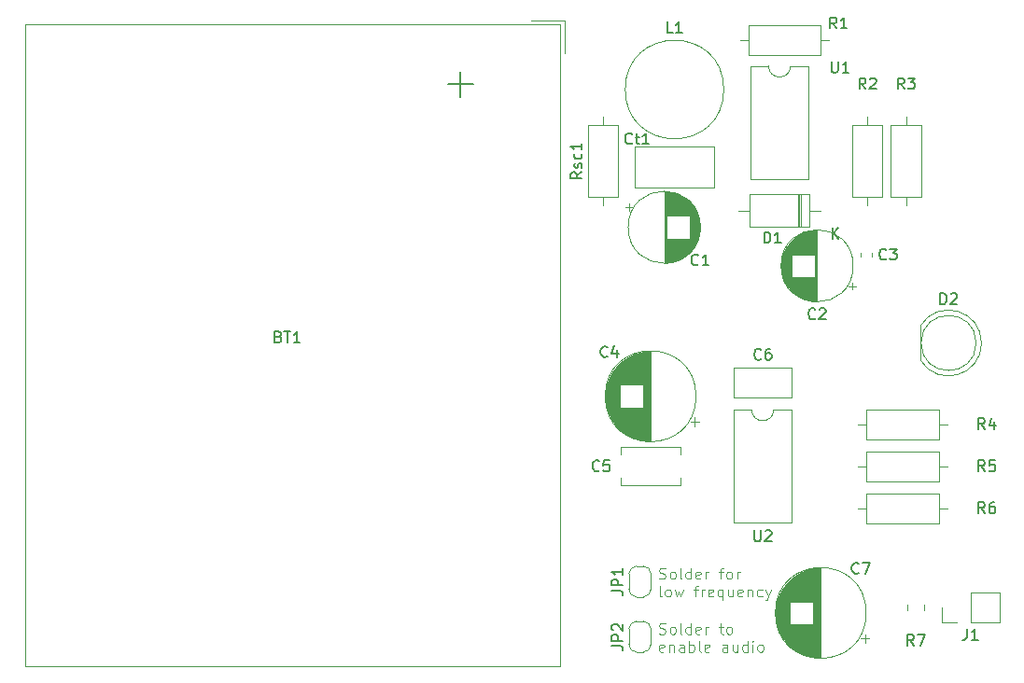
<source format=gbr>
%TF.GenerationSoftware,KiCad,Pcbnew,9.0.0*%
%TF.CreationDate,2025-03-06T18:24:39+01:00*%
%TF.ProjectId,GettingToBlinky,47657474-696e-4675-946f-426c696e6b79,rev?*%
%TF.SameCoordinates,Original*%
%TF.FileFunction,Legend,Top*%
%TF.FilePolarity,Positive*%
%FSLAX46Y46*%
G04 Gerber Fmt 4.6, Leading zero omitted, Abs format (unit mm)*
G04 Created by KiCad (PCBNEW 9.0.0) date 2025-03-06 18:24:39*
%MOMM*%
%LPD*%
G01*
G04 APERTURE LIST*
%ADD10C,0.100000*%
%ADD11C,0.150000*%
%ADD12C,0.120000*%
G04 APERTURE END LIST*
D10*
X141756265Y-138364856D02*
X141899122Y-138412475D01*
X141899122Y-138412475D02*
X142137217Y-138412475D01*
X142137217Y-138412475D02*
X142232455Y-138364856D01*
X142232455Y-138364856D02*
X142280074Y-138317236D01*
X142280074Y-138317236D02*
X142327693Y-138221998D01*
X142327693Y-138221998D02*
X142327693Y-138126760D01*
X142327693Y-138126760D02*
X142280074Y-138031522D01*
X142280074Y-138031522D02*
X142232455Y-137983903D01*
X142232455Y-137983903D02*
X142137217Y-137936284D01*
X142137217Y-137936284D02*
X141946741Y-137888665D01*
X141946741Y-137888665D02*
X141851503Y-137841046D01*
X141851503Y-137841046D02*
X141803884Y-137793427D01*
X141803884Y-137793427D02*
X141756265Y-137698189D01*
X141756265Y-137698189D02*
X141756265Y-137602951D01*
X141756265Y-137602951D02*
X141803884Y-137507713D01*
X141803884Y-137507713D02*
X141851503Y-137460094D01*
X141851503Y-137460094D02*
X141946741Y-137412475D01*
X141946741Y-137412475D02*
X142184836Y-137412475D01*
X142184836Y-137412475D02*
X142327693Y-137460094D01*
X142899122Y-138412475D02*
X142803884Y-138364856D01*
X142803884Y-138364856D02*
X142756265Y-138317236D01*
X142756265Y-138317236D02*
X142708646Y-138221998D01*
X142708646Y-138221998D02*
X142708646Y-137936284D01*
X142708646Y-137936284D02*
X142756265Y-137841046D01*
X142756265Y-137841046D02*
X142803884Y-137793427D01*
X142803884Y-137793427D02*
X142899122Y-137745808D01*
X142899122Y-137745808D02*
X143041979Y-137745808D01*
X143041979Y-137745808D02*
X143137217Y-137793427D01*
X143137217Y-137793427D02*
X143184836Y-137841046D01*
X143184836Y-137841046D02*
X143232455Y-137936284D01*
X143232455Y-137936284D02*
X143232455Y-138221998D01*
X143232455Y-138221998D02*
X143184836Y-138317236D01*
X143184836Y-138317236D02*
X143137217Y-138364856D01*
X143137217Y-138364856D02*
X143041979Y-138412475D01*
X143041979Y-138412475D02*
X142899122Y-138412475D01*
X143803884Y-138412475D02*
X143708646Y-138364856D01*
X143708646Y-138364856D02*
X143661027Y-138269617D01*
X143661027Y-138269617D02*
X143661027Y-137412475D01*
X144613408Y-138412475D02*
X144613408Y-137412475D01*
X144613408Y-138364856D02*
X144518170Y-138412475D01*
X144518170Y-138412475D02*
X144327694Y-138412475D01*
X144327694Y-138412475D02*
X144232456Y-138364856D01*
X144232456Y-138364856D02*
X144184837Y-138317236D01*
X144184837Y-138317236D02*
X144137218Y-138221998D01*
X144137218Y-138221998D02*
X144137218Y-137936284D01*
X144137218Y-137936284D02*
X144184837Y-137841046D01*
X144184837Y-137841046D02*
X144232456Y-137793427D01*
X144232456Y-137793427D02*
X144327694Y-137745808D01*
X144327694Y-137745808D02*
X144518170Y-137745808D01*
X144518170Y-137745808D02*
X144613408Y-137793427D01*
X145470551Y-138364856D02*
X145375313Y-138412475D01*
X145375313Y-138412475D02*
X145184837Y-138412475D01*
X145184837Y-138412475D02*
X145089599Y-138364856D01*
X145089599Y-138364856D02*
X145041980Y-138269617D01*
X145041980Y-138269617D02*
X145041980Y-137888665D01*
X145041980Y-137888665D02*
X145089599Y-137793427D01*
X145089599Y-137793427D02*
X145184837Y-137745808D01*
X145184837Y-137745808D02*
X145375313Y-137745808D01*
X145375313Y-137745808D02*
X145470551Y-137793427D01*
X145470551Y-137793427D02*
X145518170Y-137888665D01*
X145518170Y-137888665D02*
X145518170Y-137983903D01*
X145518170Y-137983903D02*
X145041980Y-138079141D01*
X145946742Y-138412475D02*
X145946742Y-137745808D01*
X145946742Y-137936284D02*
X145994361Y-137841046D01*
X145994361Y-137841046D02*
X146041980Y-137793427D01*
X146041980Y-137793427D02*
X146137218Y-137745808D01*
X146137218Y-137745808D02*
X146232456Y-137745808D01*
X147184838Y-137745808D02*
X147565790Y-137745808D01*
X147327695Y-137412475D02*
X147327695Y-138269617D01*
X147327695Y-138269617D02*
X147375314Y-138364856D01*
X147375314Y-138364856D02*
X147470552Y-138412475D01*
X147470552Y-138412475D02*
X147565790Y-138412475D01*
X148041981Y-138412475D02*
X147946743Y-138364856D01*
X147946743Y-138364856D02*
X147899124Y-138317236D01*
X147899124Y-138317236D02*
X147851505Y-138221998D01*
X147851505Y-138221998D02*
X147851505Y-137936284D01*
X147851505Y-137936284D02*
X147899124Y-137841046D01*
X147899124Y-137841046D02*
X147946743Y-137793427D01*
X147946743Y-137793427D02*
X148041981Y-137745808D01*
X148041981Y-137745808D02*
X148184838Y-137745808D01*
X148184838Y-137745808D02*
X148280076Y-137793427D01*
X148280076Y-137793427D02*
X148327695Y-137841046D01*
X148327695Y-137841046D02*
X148375314Y-137936284D01*
X148375314Y-137936284D02*
X148375314Y-138221998D01*
X148375314Y-138221998D02*
X148327695Y-138317236D01*
X148327695Y-138317236D02*
X148280076Y-138364856D01*
X148280076Y-138364856D02*
X148184838Y-138412475D01*
X148184838Y-138412475D02*
X148041981Y-138412475D01*
X142184836Y-139974800D02*
X142089598Y-140022419D01*
X142089598Y-140022419D02*
X141899122Y-140022419D01*
X141899122Y-140022419D02*
X141803884Y-139974800D01*
X141803884Y-139974800D02*
X141756265Y-139879561D01*
X141756265Y-139879561D02*
X141756265Y-139498609D01*
X141756265Y-139498609D02*
X141803884Y-139403371D01*
X141803884Y-139403371D02*
X141899122Y-139355752D01*
X141899122Y-139355752D02*
X142089598Y-139355752D01*
X142089598Y-139355752D02*
X142184836Y-139403371D01*
X142184836Y-139403371D02*
X142232455Y-139498609D01*
X142232455Y-139498609D02*
X142232455Y-139593847D01*
X142232455Y-139593847D02*
X141756265Y-139689085D01*
X142661027Y-139355752D02*
X142661027Y-140022419D01*
X142661027Y-139450990D02*
X142708646Y-139403371D01*
X142708646Y-139403371D02*
X142803884Y-139355752D01*
X142803884Y-139355752D02*
X142946741Y-139355752D01*
X142946741Y-139355752D02*
X143041979Y-139403371D01*
X143041979Y-139403371D02*
X143089598Y-139498609D01*
X143089598Y-139498609D02*
X143089598Y-140022419D01*
X143994360Y-140022419D02*
X143994360Y-139498609D01*
X143994360Y-139498609D02*
X143946741Y-139403371D01*
X143946741Y-139403371D02*
X143851503Y-139355752D01*
X143851503Y-139355752D02*
X143661027Y-139355752D01*
X143661027Y-139355752D02*
X143565789Y-139403371D01*
X143994360Y-139974800D02*
X143899122Y-140022419D01*
X143899122Y-140022419D02*
X143661027Y-140022419D01*
X143661027Y-140022419D02*
X143565789Y-139974800D01*
X143565789Y-139974800D02*
X143518170Y-139879561D01*
X143518170Y-139879561D02*
X143518170Y-139784323D01*
X143518170Y-139784323D02*
X143565789Y-139689085D01*
X143565789Y-139689085D02*
X143661027Y-139641466D01*
X143661027Y-139641466D02*
X143899122Y-139641466D01*
X143899122Y-139641466D02*
X143994360Y-139593847D01*
X144470551Y-140022419D02*
X144470551Y-139022419D01*
X144470551Y-139403371D02*
X144565789Y-139355752D01*
X144565789Y-139355752D02*
X144756265Y-139355752D01*
X144756265Y-139355752D02*
X144851503Y-139403371D01*
X144851503Y-139403371D02*
X144899122Y-139450990D01*
X144899122Y-139450990D02*
X144946741Y-139546228D01*
X144946741Y-139546228D02*
X144946741Y-139831942D01*
X144946741Y-139831942D02*
X144899122Y-139927180D01*
X144899122Y-139927180D02*
X144851503Y-139974800D01*
X144851503Y-139974800D02*
X144756265Y-140022419D01*
X144756265Y-140022419D02*
X144565789Y-140022419D01*
X144565789Y-140022419D02*
X144470551Y-139974800D01*
X145518170Y-140022419D02*
X145422932Y-139974800D01*
X145422932Y-139974800D02*
X145375313Y-139879561D01*
X145375313Y-139879561D02*
X145375313Y-139022419D01*
X146280075Y-139974800D02*
X146184837Y-140022419D01*
X146184837Y-140022419D02*
X145994361Y-140022419D01*
X145994361Y-140022419D02*
X145899123Y-139974800D01*
X145899123Y-139974800D02*
X145851504Y-139879561D01*
X145851504Y-139879561D02*
X145851504Y-139498609D01*
X145851504Y-139498609D02*
X145899123Y-139403371D01*
X145899123Y-139403371D02*
X145994361Y-139355752D01*
X145994361Y-139355752D02*
X146184837Y-139355752D01*
X146184837Y-139355752D02*
X146280075Y-139403371D01*
X146280075Y-139403371D02*
X146327694Y-139498609D01*
X146327694Y-139498609D02*
X146327694Y-139593847D01*
X146327694Y-139593847D02*
X145851504Y-139689085D01*
X147946742Y-140022419D02*
X147946742Y-139498609D01*
X147946742Y-139498609D02*
X147899123Y-139403371D01*
X147899123Y-139403371D02*
X147803885Y-139355752D01*
X147803885Y-139355752D02*
X147613409Y-139355752D01*
X147613409Y-139355752D02*
X147518171Y-139403371D01*
X147946742Y-139974800D02*
X147851504Y-140022419D01*
X147851504Y-140022419D02*
X147613409Y-140022419D01*
X147613409Y-140022419D02*
X147518171Y-139974800D01*
X147518171Y-139974800D02*
X147470552Y-139879561D01*
X147470552Y-139879561D02*
X147470552Y-139784323D01*
X147470552Y-139784323D02*
X147518171Y-139689085D01*
X147518171Y-139689085D02*
X147613409Y-139641466D01*
X147613409Y-139641466D02*
X147851504Y-139641466D01*
X147851504Y-139641466D02*
X147946742Y-139593847D01*
X148851504Y-139355752D02*
X148851504Y-140022419D01*
X148422933Y-139355752D02*
X148422933Y-139879561D01*
X148422933Y-139879561D02*
X148470552Y-139974800D01*
X148470552Y-139974800D02*
X148565790Y-140022419D01*
X148565790Y-140022419D02*
X148708647Y-140022419D01*
X148708647Y-140022419D02*
X148803885Y-139974800D01*
X148803885Y-139974800D02*
X148851504Y-139927180D01*
X149756266Y-140022419D02*
X149756266Y-139022419D01*
X149756266Y-139974800D02*
X149661028Y-140022419D01*
X149661028Y-140022419D02*
X149470552Y-140022419D01*
X149470552Y-140022419D02*
X149375314Y-139974800D01*
X149375314Y-139974800D02*
X149327695Y-139927180D01*
X149327695Y-139927180D02*
X149280076Y-139831942D01*
X149280076Y-139831942D02*
X149280076Y-139546228D01*
X149280076Y-139546228D02*
X149327695Y-139450990D01*
X149327695Y-139450990D02*
X149375314Y-139403371D01*
X149375314Y-139403371D02*
X149470552Y-139355752D01*
X149470552Y-139355752D02*
X149661028Y-139355752D01*
X149661028Y-139355752D02*
X149756266Y-139403371D01*
X150232457Y-140022419D02*
X150232457Y-139355752D01*
X150232457Y-139022419D02*
X150184838Y-139070038D01*
X150184838Y-139070038D02*
X150232457Y-139117657D01*
X150232457Y-139117657D02*
X150280076Y-139070038D01*
X150280076Y-139070038D02*
X150232457Y-139022419D01*
X150232457Y-139022419D02*
X150232457Y-139117657D01*
X150851504Y-140022419D02*
X150756266Y-139974800D01*
X150756266Y-139974800D02*
X150708647Y-139927180D01*
X150708647Y-139927180D02*
X150661028Y-139831942D01*
X150661028Y-139831942D02*
X150661028Y-139546228D01*
X150661028Y-139546228D02*
X150708647Y-139450990D01*
X150708647Y-139450990D02*
X150756266Y-139403371D01*
X150756266Y-139403371D02*
X150851504Y-139355752D01*
X150851504Y-139355752D02*
X150994361Y-139355752D01*
X150994361Y-139355752D02*
X151089599Y-139403371D01*
X151089599Y-139403371D02*
X151137218Y-139450990D01*
X151137218Y-139450990D02*
X151184837Y-139546228D01*
X151184837Y-139546228D02*
X151184837Y-139831942D01*
X151184837Y-139831942D02*
X151137218Y-139927180D01*
X151137218Y-139927180D02*
X151089599Y-139974800D01*
X151089599Y-139974800D02*
X150994361Y-140022419D01*
X150994361Y-140022419D02*
X150851504Y-140022419D01*
X141756265Y-133364856D02*
X141899122Y-133412475D01*
X141899122Y-133412475D02*
X142137217Y-133412475D01*
X142137217Y-133412475D02*
X142232455Y-133364856D01*
X142232455Y-133364856D02*
X142280074Y-133317236D01*
X142280074Y-133317236D02*
X142327693Y-133221998D01*
X142327693Y-133221998D02*
X142327693Y-133126760D01*
X142327693Y-133126760D02*
X142280074Y-133031522D01*
X142280074Y-133031522D02*
X142232455Y-132983903D01*
X142232455Y-132983903D02*
X142137217Y-132936284D01*
X142137217Y-132936284D02*
X141946741Y-132888665D01*
X141946741Y-132888665D02*
X141851503Y-132841046D01*
X141851503Y-132841046D02*
X141803884Y-132793427D01*
X141803884Y-132793427D02*
X141756265Y-132698189D01*
X141756265Y-132698189D02*
X141756265Y-132602951D01*
X141756265Y-132602951D02*
X141803884Y-132507713D01*
X141803884Y-132507713D02*
X141851503Y-132460094D01*
X141851503Y-132460094D02*
X141946741Y-132412475D01*
X141946741Y-132412475D02*
X142184836Y-132412475D01*
X142184836Y-132412475D02*
X142327693Y-132460094D01*
X142899122Y-133412475D02*
X142803884Y-133364856D01*
X142803884Y-133364856D02*
X142756265Y-133317236D01*
X142756265Y-133317236D02*
X142708646Y-133221998D01*
X142708646Y-133221998D02*
X142708646Y-132936284D01*
X142708646Y-132936284D02*
X142756265Y-132841046D01*
X142756265Y-132841046D02*
X142803884Y-132793427D01*
X142803884Y-132793427D02*
X142899122Y-132745808D01*
X142899122Y-132745808D02*
X143041979Y-132745808D01*
X143041979Y-132745808D02*
X143137217Y-132793427D01*
X143137217Y-132793427D02*
X143184836Y-132841046D01*
X143184836Y-132841046D02*
X143232455Y-132936284D01*
X143232455Y-132936284D02*
X143232455Y-133221998D01*
X143232455Y-133221998D02*
X143184836Y-133317236D01*
X143184836Y-133317236D02*
X143137217Y-133364856D01*
X143137217Y-133364856D02*
X143041979Y-133412475D01*
X143041979Y-133412475D02*
X142899122Y-133412475D01*
X143803884Y-133412475D02*
X143708646Y-133364856D01*
X143708646Y-133364856D02*
X143661027Y-133269617D01*
X143661027Y-133269617D02*
X143661027Y-132412475D01*
X144613408Y-133412475D02*
X144613408Y-132412475D01*
X144613408Y-133364856D02*
X144518170Y-133412475D01*
X144518170Y-133412475D02*
X144327694Y-133412475D01*
X144327694Y-133412475D02*
X144232456Y-133364856D01*
X144232456Y-133364856D02*
X144184837Y-133317236D01*
X144184837Y-133317236D02*
X144137218Y-133221998D01*
X144137218Y-133221998D02*
X144137218Y-132936284D01*
X144137218Y-132936284D02*
X144184837Y-132841046D01*
X144184837Y-132841046D02*
X144232456Y-132793427D01*
X144232456Y-132793427D02*
X144327694Y-132745808D01*
X144327694Y-132745808D02*
X144518170Y-132745808D01*
X144518170Y-132745808D02*
X144613408Y-132793427D01*
X145470551Y-133364856D02*
X145375313Y-133412475D01*
X145375313Y-133412475D02*
X145184837Y-133412475D01*
X145184837Y-133412475D02*
X145089599Y-133364856D01*
X145089599Y-133364856D02*
X145041980Y-133269617D01*
X145041980Y-133269617D02*
X145041980Y-132888665D01*
X145041980Y-132888665D02*
X145089599Y-132793427D01*
X145089599Y-132793427D02*
X145184837Y-132745808D01*
X145184837Y-132745808D02*
X145375313Y-132745808D01*
X145375313Y-132745808D02*
X145470551Y-132793427D01*
X145470551Y-132793427D02*
X145518170Y-132888665D01*
X145518170Y-132888665D02*
X145518170Y-132983903D01*
X145518170Y-132983903D02*
X145041980Y-133079141D01*
X145946742Y-133412475D02*
X145946742Y-132745808D01*
X145946742Y-132936284D02*
X145994361Y-132841046D01*
X145994361Y-132841046D02*
X146041980Y-132793427D01*
X146041980Y-132793427D02*
X146137218Y-132745808D01*
X146137218Y-132745808D02*
X146232456Y-132745808D01*
X147184838Y-132745808D02*
X147565790Y-132745808D01*
X147327695Y-133412475D02*
X147327695Y-132555332D01*
X147327695Y-132555332D02*
X147375314Y-132460094D01*
X147375314Y-132460094D02*
X147470552Y-132412475D01*
X147470552Y-132412475D02*
X147565790Y-132412475D01*
X148041981Y-133412475D02*
X147946743Y-133364856D01*
X147946743Y-133364856D02*
X147899124Y-133317236D01*
X147899124Y-133317236D02*
X147851505Y-133221998D01*
X147851505Y-133221998D02*
X147851505Y-132936284D01*
X147851505Y-132936284D02*
X147899124Y-132841046D01*
X147899124Y-132841046D02*
X147946743Y-132793427D01*
X147946743Y-132793427D02*
X148041981Y-132745808D01*
X148041981Y-132745808D02*
X148184838Y-132745808D01*
X148184838Y-132745808D02*
X148280076Y-132793427D01*
X148280076Y-132793427D02*
X148327695Y-132841046D01*
X148327695Y-132841046D02*
X148375314Y-132936284D01*
X148375314Y-132936284D02*
X148375314Y-133221998D01*
X148375314Y-133221998D02*
X148327695Y-133317236D01*
X148327695Y-133317236D02*
X148280076Y-133364856D01*
X148280076Y-133364856D02*
X148184838Y-133412475D01*
X148184838Y-133412475D02*
X148041981Y-133412475D01*
X148803886Y-133412475D02*
X148803886Y-132745808D01*
X148803886Y-132936284D02*
X148851505Y-132841046D01*
X148851505Y-132841046D02*
X148899124Y-132793427D01*
X148899124Y-132793427D02*
X148994362Y-132745808D01*
X148994362Y-132745808D02*
X149089600Y-132745808D01*
X141946741Y-135022419D02*
X141851503Y-134974800D01*
X141851503Y-134974800D02*
X141803884Y-134879561D01*
X141803884Y-134879561D02*
X141803884Y-134022419D01*
X142470551Y-135022419D02*
X142375313Y-134974800D01*
X142375313Y-134974800D02*
X142327694Y-134927180D01*
X142327694Y-134927180D02*
X142280075Y-134831942D01*
X142280075Y-134831942D02*
X142280075Y-134546228D01*
X142280075Y-134546228D02*
X142327694Y-134450990D01*
X142327694Y-134450990D02*
X142375313Y-134403371D01*
X142375313Y-134403371D02*
X142470551Y-134355752D01*
X142470551Y-134355752D02*
X142613408Y-134355752D01*
X142613408Y-134355752D02*
X142708646Y-134403371D01*
X142708646Y-134403371D02*
X142756265Y-134450990D01*
X142756265Y-134450990D02*
X142803884Y-134546228D01*
X142803884Y-134546228D02*
X142803884Y-134831942D01*
X142803884Y-134831942D02*
X142756265Y-134927180D01*
X142756265Y-134927180D02*
X142708646Y-134974800D01*
X142708646Y-134974800D02*
X142613408Y-135022419D01*
X142613408Y-135022419D02*
X142470551Y-135022419D01*
X143137218Y-134355752D02*
X143327694Y-135022419D01*
X143327694Y-135022419D02*
X143518170Y-134546228D01*
X143518170Y-134546228D02*
X143708646Y-135022419D01*
X143708646Y-135022419D02*
X143899122Y-134355752D01*
X144899123Y-134355752D02*
X145280075Y-134355752D01*
X145041980Y-135022419D02*
X145041980Y-134165276D01*
X145041980Y-134165276D02*
X145089599Y-134070038D01*
X145089599Y-134070038D02*
X145184837Y-134022419D01*
X145184837Y-134022419D02*
X145280075Y-134022419D01*
X145613409Y-135022419D02*
X145613409Y-134355752D01*
X145613409Y-134546228D02*
X145661028Y-134450990D01*
X145661028Y-134450990D02*
X145708647Y-134403371D01*
X145708647Y-134403371D02*
X145803885Y-134355752D01*
X145803885Y-134355752D02*
X145899123Y-134355752D01*
X146613409Y-134974800D02*
X146518171Y-135022419D01*
X146518171Y-135022419D02*
X146327695Y-135022419D01*
X146327695Y-135022419D02*
X146232457Y-134974800D01*
X146232457Y-134974800D02*
X146184838Y-134879561D01*
X146184838Y-134879561D02*
X146184838Y-134498609D01*
X146184838Y-134498609D02*
X146232457Y-134403371D01*
X146232457Y-134403371D02*
X146327695Y-134355752D01*
X146327695Y-134355752D02*
X146518171Y-134355752D01*
X146518171Y-134355752D02*
X146613409Y-134403371D01*
X146613409Y-134403371D02*
X146661028Y-134498609D01*
X146661028Y-134498609D02*
X146661028Y-134593847D01*
X146661028Y-134593847D02*
X146184838Y-134689085D01*
X147518171Y-134355752D02*
X147518171Y-135355752D01*
X147518171Y-134974800D02*
X147422933Y-135022419D01*
X147422933Y-135022419D02*
X147232457Y-135022419D01*
X147232457Y-135022419D02*
X147137219Y-134974800D01*
X147137219Y-134974800D02*
X147089600Y-134927180D01*
X147089600Y-134927180D02*
X147041981Y-134831942D01*
X147041981Y-134831942D02*
X147041981Y-134546228D01*
X147041981Y-134546228D02*
X147089600Y-134450990D01*
X147089600Y-134450990D02*
X147137219Y-134403371D01*
X147137219Y-134403371D02*
X147232457Y-134355752D01*
X147232457Y-134355752D02*
X147422933Y-134355752D01*
X147422933Y-134355752D02*
X147518171Y-134403371D01*
X148422933Y-134355752D02*
X148422933Y-135022419D01*
X147994362Y-134355752D02*
X147994362Y-134879561D01*
X147994362Y-134879561D02*
X148041981Y-134974800D01*
X148041981Y-134974800D02*
X148137219Y-135022419D01*
X148137219Y-135022419D02*
X148280076Y-135022419D01*
X148280076Y-135022419D02*
X148375314Y-134974800D01*
X148375314Y-134974800D02*
X148422933Y-134927180D01*
X149280076Y-134974800D02*
X149184838Y-135022419D01*
X149184838Y-135022419D02*
X148994362Y-135022419D01*
X148994362Y-135022419D02*
X148899124Y-134974800D01*
X148899124Y-134974800D02*
X148851505Y-134879561D01*
X148851505Y-134879561D02*
X148851505Y-134498609D01*
X148851505Y-134498609D02*
X148899124Y-134403371D01*
X148899124Y-134403371D02*
X148994362Y-134355752D01*
X148994362Y-134355752D02*
X149184838Y-134355752D01*
X149184838Y-134355752D02*
X149280076Y-134403371D01*
X149280076Y-134403371D02*
X149327695Y-134498609D01*
X149327695Y-134498609D02*
X149327695Y-134593847D01*
X149327695Y-134593847D02*
X148851505Y-134689085D01*
X149756267Y-134355752D02*
X149756267Y-135022419D01*
X149756267Y-134450990D02*
X149803886Y-134403371D01*
X149803886Y-134403371D02*
X149899124Y-134355752D01*
X149899124Y-134355752D02*
X150041981Y-134355752D01*
X150041981Y-134355752D02*
X150137219Y-134403371D01*
X150137219Y-134403371D02*
X150184838Y-134498609D01*
X150184838Y-134498609D02*
X150184838Y-135022419D01*
X151089600Y-134974800D02*
X150994362Y-135022419D01*
X150994362Y-135022419D02*
X150803886Y-135022419D01*
X150803886Y-135022419D02*
X150708648Y-134974800D01*
X150708648Y-134974800D02*
X150661029Y-134927180D01*
X150661029Y-134927180D02*
X150613410Y-134831942D01*
X150613410Y-134831942D02*
X150613410Y-134546228D01*
X150613410Y-134546228D02*
X150661029Y-134450990D01*
X150661029Y-134450990D02*
X150708648Y-134403371D01*
X150708648Y-134403371D02*
X150803886Y-134355752D01*
X150803886Y-134355752D02*
X150994362Y-134355752D01*
X150994362Y-134355752D02*
X151089600Y-134403371D01*
X151422934Y-134355752D02*
X151661029Y-135022419D01*
X151899124Y-134355752D02*
X151661029Y-135022419D01*
X151661029Y-135022419D02*
X151565791Y-135260514D01*
X151565791Y-135260514D02*
X151518172Y-135308133D01*
X151518172Y-135308133D02*
X151422934Y-135355752D01*
D11*
X142970833Y-83854819D02*
X142494643Y-83854819D01*
X142494643Y-83854819D02*
X142494643Y-82854819D01*
X143827976Y-83854819D02*
X143256548Y-83854819D01*
X143542262Y-83854819D02*
X143542262Y-82854819D01*
X143542262Y-82854819D02*
X143447024Y-82997676D01*
X143447024Y-82997676D02*
X143351786Y-83092914D01*
X143351786Y-83092914D02*
X143256548Y-83140533D01*
X159833333Y-132859580D02*
X159785714Y-132907200D01*
X159785714Y-132907200D02*
X159642857Y-132954819D01*
X159642857Y-132954819D02*
X159547619Y-132954819D01*
X159547619Y-132954819D02*
X159404762Y-132907200D01*
X159404762Y-132907200D02*
X159309524Y-132811961D01*
X159309524Y-132811961D02*
X159261905Y-132716723D01*
X159261905Y-132716723D02*
X159214286Y-132526247D01*
X159214286Y-132526247D02*
X159214286Y-132383390D01*
X159214286Y-132383390D02*
X159261905Y-132192914D01*
X159261905Y-132192914D02*
X159309524Y-132097676D01*
X159309524Y-132097676D02*
X159404762Y-132002438D01*
X159404762Y-132002438D02*
X159547619Y-131954819D01*
X159547619Y-131954819D02*
X159642857Y-131954819D01*
X159642857Y-131954819D02*
X159785714Y-132002438D01*
X159785714Y-132002438D02*
X159833333Y-132050057D01*
X160166667Y-131954819D02*
X160833333Y-131954819D01*
X160833333Y-131954819D02*
X160404762Y-132954819D01*
X137454819Y-139483333D02*
X138169104Y-139483333D01*
X138169104Y-139483333D02*
X138311961Y-139530952D01*
X138311961Y-139530952D02*
X138407200Y-139626190D01*
X138407200Y-139626190D02*
X138454819Y-139769047D01*
X138454819Y-139769047D02*
X138454819Y-139864285D01*
X138454819Y-139007142D02*
X137454819Y-139007142D01*
X137454819Y-139007142D02*
X137454819Y-138626190D01*
X137454819Y-138626190D02*
X137502438Y-138530952D01*
X137502438Y-138530952D02*
X137550057Y-138483333D01*
X137550057Y-138483333D02*
X137645295Y-138435714D01*
X137645295Y-138435714D02*
X137788152Y-138435714D01*
X137788152Y-138435714D02*
X137883390Y-138483333D01*
X137883390Y-138483333D02*
X137931009Y-138530952D01*
X137931009Y-138530952D02*
X137978628Y-138626190D01*
X137978628Y-138626190D02*
X137978628Y-139007142D01*
X137550057Y-138054761D02*
X137502438Y-138007142D01*
X137502438Y-138007142D02*
X137454819Y-137911904D01*
X137454819Y-137911904D02*
X137454819Y-137673809D01*
X137454819Y-137673809D02*
X137502438Y-137578571D01*
X137502438Y-137578571D02*
X137550057Y-137530952D01*
X137550057Y-137530952D02*
X137645295Y-137483333D01*
X137645295Y-137483333D02*
X137740533Y-137483333D01*
X137740533Y-137483333D02*
X137883390Y-137530952D01*
X137883390Y-137530952D02*
X138454819Y-138102380D01*
X138454819Y-138102380D02*
X138454819Y-137483333D01*
X134722319Y-96500000D02*
X134246128Y-96833333D01*
X134722319Y-97071428D02*
X133722319Y-97071428D01*
X133722319Y-97071428D02*
X133722319Y-96690476D01*
X133722319Y-96690476D02*
X133769938Y-96595238D01*
X133769938Y-96595238D02*
X133817557Y-96547619D01*
X133817557Y-96547619D02*
X133912795Y-96500000D01*
X133912795Y-96500000D02*
X134055652Y-96500000D01*
X134055652Y-96500000D02*
X134150890Y-96547619D01*
X134150890Y-96547619D02*
X134198509Y-96595238D01*
X134198509Y-96595238D02*
X134246128Y-96690476D01*
X134246128Y-96690476D02*
X134246128Y-97071428D01*
X134674700Y-96119047D02*
X134722319Y-96023809D01*
X134722319Y-96023809D02*
X134722319Y-95833333D01*
X134722319Y-95833333D02*
X134674700Y-95738095D01*
X134674700Y-95738095D02*
X134579461Y-95690476D01*
X134579461Y-95690476D02*
X134531842Y-95690476D01*
X134531842Y-95690476D02*
X134436604Y-95738095D01*
X134436604Y-95738095D02*
X134388985Y-95833333D01*
X134388985Y-95833333D02*
X134388985Y-95976190D01*
X134388985Y-95976190D02*
X134341366Y-96071428D01*
X134341366Y-96071428D02*
X134246128Y-96119047D01*
X134246128Y-96119047D02*
X134198509Y-96119047D01*
X134198509Y-96119047D02*
X134103271Y-96071428D01*
X134103271Y-96071428D02*
X134055652Y-95976190D01*
X134055652Y-95976190D02*
X134055652Y-95833333D01*
X134055652Y-95833333D02*
X134103271Y-95738095D01*
X134674700Y-94833333D02*
X134722319Y-94928571D01*
X134722319Y-94928571D02*
X134722319Y-95119047D01*
X134722319Y-95119047D02*
X134674700Y-95214285D01*
X134674700Y-95214285D02*
X134627080Y-95261904D01*
X134627080Y-95261904D02*
X134531842Y-95309523D01*
X134531842Y-95309523D02*
X134246128Y-95309523D01*
X134246128Y-95309523D02*
X134150890Y-95261904D01*
X134150890Y-95261904D02*
X134103271Y-95214285D01*
X134103271Y-95214285D02*
X134055652Y-95119047D01*
X134055652Y-95119047D02*
X134055652Y-94928571D01*
X134055652Y-94928571D02*
X134103271Y-94833333D01*
X134722319Y-93880952D02*
X134722319Y-94452380D01*
X134722319Y-94166666D02*
X133722319Y-94166666D01*
X133722319Y-94166666D02*
X133865176Y-94261904D01*
X133865176Y-94261904D02*
X133960414Y-94357142D01*
X133960414Y-94357142D02*
X134008033Y-94452380D01*
X169666666Y-137954819D02*
X169666666Y-138669104D01*
X169666666Y-138669104D02*
X169619047Y-138811961D01*
X169619047Y-138811961D02*
X169523809Y-138907200D01*
X169523809Y-138907200D02*
X169380952Y-138954819D01*
X169380952Y-138954819D02*
X169285714Y-138954819D01*
X170666666Y-138954819D02*
X170095238Y-138954819D01*
X170380952Y-138954819D02*
X170380952Y-137954819D01*
X170380952Y-137954819D02*
X170285714Y-138097676D01*
X170285714Y-138097676D02*
X170190476Y-138192914D01*
X170190476Y-138192914D02*
X170095238Y-138240533D01*
X155903213Y-109759580D02*
X155855594Y-109807200D01*
X155855594Y-109807200D02*
X155712737Y-109854819D01*
X155712737Y-109854819D02*
X155617499Y-109854819D01*
X155617499Y-109854819D02*
X155474642Y-109807200D01*
X155474642Y-109807200D02*
X155379404Y-109711961D01*
X155379404Y-109711961D02*
X155331785Y-109616723D01*
X155331785Y-109616723D02*
X155284166Y-109426247D01*
X155284166Y-109426247D02*
X155284166Y-109283390D01*
X155284166Y-109283390D02*
X155331785Y-109092914D01*
X155331785Y-109092914D02*
X155379404Y-108997676D01*
X155379404Y-108997676D02*
X155474642Y-108902438D01*
X155474642Y-108902438D02*
X155617499Y-108854819D01*
X155617499Y-108854819D02*
X155712737Y-108854819D01*
X155712737Y-108854819D02*
X155855594Y-108902438D01*
X155855594Y-108902438D02*
X155903213Y-108950057D01*
X156284166Y-108950057D02*
X156331785Y-108902438D01*
X156331785Y-108902438D02*
X156427023Y-108854819D01*
X156427023Y-108854819D02*
X156665118Y-108854819D01*
X156665118Y-108854819D02*
X156760356Y-108902438D01*
X156760356Y-108902438D02*
X156807975Y-108950057D01*
X156807975Y-108950057D02*
X156855594Y-109045295D01*
X156855594Y-109045295D02*
X156855594Y-109140533D01*
X156855594Y-109140533D02*
X156807975Y-109283390D01*
X156807975Y-109283390D02*
X156236547Y-109854819D01*
X156236547Y-109854819D02*
X156855594Y-109854819D01*
X107214285Y-111431009D02*
X107357142Y-111478628D01*
X107357142Y-111478628D02*
X107404761Y-111526247D01*
X107404761Y-111526247D02*
X107452380Y-111621485D01*
X107452380Y-111621485D02*
X107452380Y-111764342D01*
X107452380Y-111764342D02*
X107404761Y-111859580D01*
X107404761Y-111859580D02*
X107357142Y-111907200D01*
X107357142Y-111907200D02*
X107261904Y-111954819D01*
X107261904Y-111954819D02*
X106880952Y-111954819D01*
X106880952Y-111954819D02*
X106880952Y-110954819D01*
X106880952Y-110954819D02*
X107214285Y-110954819D01*
X107214285Y-110954819D02*
X107309523Y-111002438D01*
X107309523Y-111002438D02*
X107357142Y-111050057D01*
X107357142Y-111050057D02*
X107404761Y-111145295D01*
X107404761Y-111145295D02*
X107404761Y-111240533D01*
X107404761Y-111240533D02*
X107357142Y-111335771D01*
X107357142Y-111335771D02*
X107309523Y-111383390D01*
X107309523Y-111383390D02*
X107214285Y-111431009D01*
X107214285Y-111431009D02*
X106880952Y-111431009D01*
X107738095Y-110954819D02*
X108309523Y-110954819D01*
X108023809Y-111954819D02*
X108023809Y-110954819D01*
X109166666Y-111954819D02*
X108595238Y-111954819D01*
X108880952Y-111954819D02*
X108880952Y-110954819D01*
X108880952Y-110954819D02*
X108785714Y-111097676D01*
X108785714Y-111097676D02*
X108690476Y-111192914D01*
X108690476Y-111192914D02*
X108595238Y-111240533D01*
X123737200Y-89642857D02*
X123737200Y-87357143D01*
X124880057Y-88500000D02*
X122594342Y-88500000D01*
X136303333Y-123549580D02*
X136255714Y-123597200D01*
X136255714Y-123597200D02*
X136112857Y-123644819D01*
X136112857Y-123644819D02*
X136017619Y-123644819D01*
X136017619Y-123644819D02*
X135874762Y-123597200D01*
X135874762Y-123597200D02*
X135779524Y-123501961D01*
X135779524Y-123501961D02*
X135731905Y-123406723D01*
X135731905Y-123406723D02*
X135684286Y-123216247D01*
X135684286Y-123216247D02*
X135684286Y-123073390D01*
X135684286Y-123073390D02*
X135731905Y-122882914D01*
X135731905Y-122882914D02*
X135779524Y-122787676D01*
X135779524Y-122787676D02*
X135874762Y-122692438D01*
X135874762Y-122692438D02*
X136017619Y-122644819D01*
X136017619Y-122644819D02*
X136112857Y-122644819D01*
X136112857Y-122644819D02*
X136255714Y-122692438D01*
X136255714Y-122692438D02*
X136303333Y-122740057D01*
X137208095Y-122644819D02*
X136731905Y-122644819D01*
X136731905Y-122644819D02*
X136684286Y-123121009D01*
X136684286Y-123121009D02*
X136731905Y-123073390D01*
X136731905Y-123073390D02*
X136827143Y-123025771D01*
X136827143Y-123025771D02*
X137065238Y-123025771D01*
X137065238Y-123025771D02*
X137160476Y-123073390D01*
X137160476Y-123073390D02*
X137208095Y-123121009D01*
X137208095Y-123121009D02*
X137255714Y-123216247D01*
X137255714Y-123216247D02*
X137255714Y-123454342D01*
X137255714Y-123454342D02*
X137208095Y-123549580D01*
X137208095Y-123549580D02*
X137160476Y-123597200D01*
X137160476Y-123597200D02*
X137065238Y-123644819D01*
X137065238Y-123644819D02*
X136827143Y-123644819D01*
X136827143Y-123644819D02*
X136731905Y-123597200D01*
X136731905Y-123597200D02*
X136684286Y-123549580D01*
X171283333Y-123644819D02*
X170950000Y-123168628D01*
X170711905Y-123644819D02*
X170711905Y-122644819D01*
X170711905Y-122644819D02*
X171092857Y-122644819D01*
X171092857Y-122644819D02*
X171188095Y-122692438D01*
X171188095Y-122692438D02*
X171235714Y-122740057D01*
X171235714Y-122740057D02*
X171283333Y-122835295D01*
X171283333Y-122835295D02*
X171283333Y-122978152D01*
X171283333Y-122978152D02*
X171235714Y-123073390D01*
X171235714Y-123073390D02*
X171188095Y-123121009D01*
X171188095Y-123121009D02*
X171092857Y-123168628D01*
X171092857Y-123168628D02*
X170711905Y-123168628D01*
X172188095Y-122644819D02*
X171711905Y-122644819D01*
X171711905Y-122644819D02*
X171664286Y-123121009D01*
X171664286Y-123121009D02*
X171711905Y-123073390D01*
X171711905Y-123073390D02*
X171807143Y-123025771D01*
X171807143Y-123025771D02*
X172045238Y-123025771D01*
X172045238Y-123025771D02*
X172140476Y-123073390D01*
X172140476Y-123073390D02*
X172188095Y-123121009D01*
X172188095Y-123121009D02*
X172235714Y-123216247D01*
X172235714Y-123216247D02*
X172235714Y-123454342D01*
X172235714Y-123454342D02*
X172188095Y-123549580D01*
X172188095Y-123549580D02*
X172140476Y-123597200D01*
X172140476Y-123597200D02*
X172045238Y-123644819D01*
X172045238Y-123644819D02*
X171807143Y-123644819D01*
X171807143Y-123644819D02*
X171711905Y-123597200D01*
X171711905Y-123597200D02*
X171664286Y-123549580D01*
X150373095Y-128994819D02*
X150373095Y-129804342D01*
X150373095Y-129804342D02*
X150420714Y-129899580D01*
X150420714Y-129899580D02*
X150468333Y-129947200D01*
X150468333Y-129947200D02*
X150563571Y-129994819D01*
X150563571Y-129994819D02*
X150754047Y-129994819D01*
X150754047Y-129994819D02*
X150849285Y-129947200D01*
X150849285Y-129947200D02*
X150896904Y-129899580D01*
X150896904Y-129899580D02*
X150944523Y-129804342D01*
X150944523Y-129804342D02*
X150944523Y-128994819D01*
X151373095Y-129090057D02*
X151420714Y-129042438D01*
X151420714Y-129042438D02*
X151515952Y-128994819D01*
X151515952Y-128994819D02*
X151754047Y-128994819D01*
X151754047Y-128994819D02*
X151849285Y-129042438D01*
X151849285Y-129042438D02*
X151896904Y-129090057D01*
X151896904Y-129090057D02*
X151944523Y-129185295D01*
X151944523Y-129185295D02*
X151944523Y-129280533D01*
X151944523Y-129280533D02*
X151896904Y-129423390D01*
X151896904Y-129423390D02*
X151325476Y-129994819D01*
X151325476Y-129994819D02*
X151944523Y-129994819D01*
X157833333Y-83454819D02*
X157500000Y-82978628D01*
X157261905Y-83454819D02*
X157261905Y-82454819D01*
X157261905Y-82454819D02*
X157642857Y-82454819D01*
X157642857Y-82454819D02*
X157738095Y-82502438D01*
X157738095Y-82502438D02*
X157785714Y-82550057D01*
X157785714Y-82550057D02*
X157833333Y-82645295D01*
X157833333Y-82645295D02*
X157833333Y-82788152D01*
X157833333Y-82788152D02*
X157785714Y-82883390D01*
X157785714Y-82883390D02*
X157738095Y-82931009D01*
X157738095Y-82931009D02*
X157642857Y-82978628D01*
X157642857Y-82978628D02*
X157261905Y-82978628D01*
X158785714Y-83454819D02*
X158214286Y-83454819D01*
X158500000Y-83454819D02*
X158500000Y-82454819D01*
X158500000Y-82454819D02*
X158404762Y-82597676D01*
X158404762Y-82597676D02*
X158309524Y-82692914D01*
X158309524Y-82692914D02*
X158214286Y-82740533D01*
X137053333Y-113199580D02*
X137005714Y-113247200D01*
X137005714Y-113247200D02*
X136862857Y-113294819D01*
X136862857Y-113294819D02*
X136767619Y-113294819D01*
X136767619Y-113294819D02*
X136624762Y-113247200D01*
X136624762Y-113247200D02*
X136529524Y-113151961D01*
X136529524Y-113151961D02*
X136481905Y-113056723D01*
X136481905Y-113056723D02*
X136434286Y-112866247D01*
X136434286Y-112866247D02*
X136434286Y-112723390D01*
X136434286Y-112723390D02*
X136481905Y-112532914D01*
X136481905Y-112532914D02*
X136529524Y-112437676D01*
X136529524Y-112437676D02*
X136624762Y-112342438D01*
X136624762Y-112342438D02*
X136767619Y-112294819D01*
X136767619Y-112294819D02*
X136862857Y-112294819D01*
X136862857Y-112294819D02*
X137005714Y-112342438D01*
X137005714Y-112342438D02*
X137053333Y-112390057D01*
X137910476Y-112628152D02*
X137910476Y-113294819D01*
X137672381Y-112247200D02*
X137434286Y-112961485D01*
X137434286Y-112961485D02*
X138053333Y-112961485D01*
X160470833Y-88954819D02*
X160137500Y-88478628D01*
X159899405Y-88954819D02*
X159899405Y-87954819D01*
X159899405Y-87954819D02*
X160280357Y-87954819D01*
X160280357Y-87954819D02*
X160375595Y-88002438D01*
X160375595Y-88002438D02*
X160423214Y-88050057D01*
X160423214Y-88050057D02*
X160470833Y-88145295D01*
X160470833Y-88145295D02*
X160470833Y-88288152D01*
X160470833Y-88288152D02*
X160423214Y-88383390D01*
X160423214Y-88383390D02*
X160375595Y-88431009D01*
X160375595Y-88431009D02*
X160280357Y-88478628D01*
X160280357Y-88478628D02*
X159899405Y-88478628D01*
X160851786Y-88050057D02*
X160899405Y-88002438D01*
X160899405Y-88002438D02*
X160994643Y-87954819D01*
X160994643Y-87954819D02*
X161232738Y-87954819D01*
X161232738Y-87954819D02*
X161327976Y-88002438D01*
X161327976Y-88002438D02*
X161375595Y-88050057D01*
X161375595Y-88050057D02*
X161423214Y-88145295D01*
X161423214Y-88145295D02*
X161423214Y-88240533D01*
X161423214Y-88240533D02*
X161375595Y-88383390D01*
X161375595Y-88383390D02*
X160804167Y-88954819D01*
X160804167Y-88954819D02*
X161423214Y-88954819D01*
X145288454Y-104859580D02*
X145240835Y-104907200D01*
X145240835Y-104907200D02*
X145097978Y-104954819D01*
X145097978Y-104954819D02*
X145002740Y-104954819D01*
X145002740Y-104954819D02*
X144859883Y-104907200D01*
X144859883Y-104907200D02*
X144764645Y-104811961D01*
X144764645Y-104811961D02*
X144717026Y-104716723D01*
X144717026Y-104716723D02*
X144669407Y-104526247D01*
X144669407Y-104526247D02*
X144669407Y-104383390D01*
X144669407Y-104383390D02*
X144717026Y-104192914D01*
X144717026Y-104192914D02*
X144764645Y-104097676D01*
X144764645Y-104097676D02*
X144859883Y-104002438D01*
X144859883Y-104002438D02*
X145002740Y-103954819D01*
X145002740Y-103954819D02*
X145097978Y-103954819D01*
X145097978Y-103954819D02*
X145240835Y-104002438D01*
X145240835Y-104002438D02*
X145288454Y-104050057D01*
X146240835Y-104954819D02*
X145669407Y-104954819D01*
X145955121Y-104954819D02*
X145955121Y-103954819D01*
X145955121Y-103954819D02*
X145859883Y-104097676D01*
X145859883Y-104097676D02*
X145764645Y-104192914D01*
X145764645Y-104192914D02*
X145669407Y-104240533D01*
X137454819Y-134483333D02*
X138169104Y-134483333D01*
X138169104Y-134483333D02*
X138311961Y-134530952D01*
X138311961Y-134530952D02*
X138407200Y-134626190D01*
X138407200Y-134626190D02*
X138454819Y-134769047D01*
X138454819Y-134769047D02*
X138454819Y-134864285D01*
X138454819Y-134007142D02*
X137454819Y-134007142D01*
X137454819Y-134007142D02*
X137454819Y-133626190D01*
X137454819Y-133626190D02*
X137502438Y-133530952D01*
X137502438Y-133530952D02*
X137550057Y-133483333D01*
X137550057Y-133483333D02*
X137645295Y-133435714D01*
X137645295Y-133435714D02*
X137788152Y-133435714D01*
X137788152Y-133435714D02*
X137883390Y-133483333D01*
X137883390Y-133483333D02*
X137931009Y-133530952D01*
X137931009Y-133530952D02*
X137978628Y-133626190D01*
X137978628Y-133626190D02*
X137978628Y-134007142D01*
X138454819Y-132483333D02*
X138454819Y-133054761D01*
X138454819Y-132769047D02*
X137454819Y-132769047D01*
X137454819Y-132769047D02*
X137597676Y-132864285D01*
X137597676Y-132864285D02*
X137692914Y-132959523D01*
X137692914Y-132959523D02*
X137740533Y-133054761D01*
X157375595Y-86454819D02*
X157375595Y-87264342D01*
X157375595Y-87264342D02*
X157423214Y-87359580D01*
X157423214Y-87359580D02*
X157470833Y-87407200D01*
X157470833Y-87407200D02*
X157566071Y-87454819D01*
X157566071Y-87454819D02*
X157756547Y-87454819D01*
X157756547Y-87454819D02*
X157851785Y-87407200D01*
X157851785Y-87407200D02*
X157899404Y-87359580D01*
X157899404Y-87359580D02*
X157947023Y-87264342D01*
X157947023Y-87264342D02*
X157947023Y-86454819D01*
X158947023Y-87454819D02*
X158375595Y-87454819D01*
X158661309Y-87454819D02*
X158661309Y-86454819D01*
X158661309Y-86454819D02*
X158566071Y-86597676D01*
X158566071Y-86597676D02*
X158470833Y-86692914D01*
X158470833Y-86692914D02*
X158375595Y-86740533D01*
X171283333Y-119834819D02*
X170950000Y-119358628D01*
X170711905Y-119834819D02*
X170711905Y-118834819D01*
X170711905Y-118834819D02*
X171092857Y-118834819D01*
X171092857Y-118834819D02*
X171188095Y-118882438D01*
X171188095Y-118882438D02*
X171235714Y-118930057D01*
X171235714Y-118930057D02*
X171283333Y-119025295D01*
X171283333Y-119025295D02*
X171283333Y-119168152D01*
X171283333Y-119168152D02*
X171235714Y-119263390D01*
X171235714Y-119263390D02*
X171188095Y-119311009D01*
X171188095Y-119311009D02*
X171092857Y-119358628D01*
X171092857Y-119358628D02*
X170711905Y-119358628D01*
X172140476Y-119168152D02*
X172140476Y-119834819D01*
X171902381Y-118787200D02*
X171664286Y-119501485D01*
X171664286Y-119501485D02*
X172283333Y-119501485D01*
X164833333Y-139454819D02*
X164500000Y-138978628D01*
X164261905Y-139454819D02*
X164261905Y-138454819D01*
X164261905Y-138454819D02*
X164642857Y-138454819D01*
X164642857Y-138454819D02*
X164738095Y-138502438D01*
X164738095Y-138502438D02*
X164785714Y-138550057D01*
X164785714Y-138550057D02*
X164833333Y-138645295D01*
X164833333Y-138645295D02*
X164833333Y-138788152D01*
X164833333Y-138788152D02*
X164785714Y-138883390D01*
X164785714Y-138883390D02*
X164738095Y-138931009D01*
X164738095Y-138931009D02*
X164642857Y-138978628D01*
X164642857Y-138978628D02*
X164261905Y-138978628D01*
X165166667Y-138454819D02*
X165833333Y-138454819D01*
X165833333Y-138454819D02*
X165404762Y-139454819D01*
X150983333Y-113429580D02*
X150935714Y-113477200D01*
X150935714Y-113477200D02*
X150792857Y-113524819D01*
X150792857Y-113524819D02*
X150697619Y-113524819D01*
X150697619Y-113524819D02*
X150554762Y-113477200D01*
X150554762Y-113477200D02*
X150459524Y-113381961D01*
X150459524Y-113381961D02*
X150411905Y-113286723D01*
X150411905Y-113286723D02*
X150364286Y-113096247D01*
X150364286Y-113096247D02*
X150364286Y-112953390D01*
X150364286Y-112953390D02*
X150411905Y-112762914D01*
X150411905Y-112762914D02*
X150459524Y-112667676D01*
X150459524Y-112667676D02*
X150554762Y-112572438D01*
X150554762Y-112572438D02*
X150697619Y-112524819D01*
X150697619Y-112524819D02*
X150792857Y-112524819D01*
X150792857Y-112524819D02*
X150935714Y-112572438D01*
X150935714Y-112572438D02*
X150983333Y-112620057D01*
X151840476Y-112524819D02*
X151650000Y-112524819D01*
X151650000Y-112524819D02*
X151554762Y-112572438D01*
X151554762Y-112572438D02*
X151507143Y-112620057D01*
X151507143Y-112620057D02*
X151411905Y-112762914D01*
X151411905Y-112762914D02*
X151364286Y-112953390D01*
X151364286Y-112953390D02*
X151364286Y-113334342D01*
X151364286Y-113334342D02*
X151411905Y-113429580D01*
X151411905Y-113429580D02*
X151459524Y-113477200D01*
X151459524Y-113477200D02*
X151554762Y-113524819D01*
X151554762Y-113524819D02*
X151745238Y-113524819D01*
X151745238Y-113524819D02*
X151840476Y-113477200D01*
X151840476Y-113477200D02*
X151888095Y-113429580D01*
X151888095Y-113429580D02*
X151935714Y-113334342D01*
X151935714Y-113334342D02*
X151935714Y-113096247D01*
X151935714Y-113096247D02*
X151888095Y-113001009D01*
X151888095Y-113001009D02*
X151840476Y-112953390D01*
X151840476Y-112953390D02*
X151745238Y-112905771D01*
X151745238Y-112905771D02*
X151554762Y-112905771D01*
X151554762Y-112905771D02*
X151459524Y-112953390D01*
X151459524Y-112953390D02*
X151411905Y-113001009D01*
X151411905Y-113001009D02*
X151364286Y-113096247D01*
X139297618Y-93859580D02*
X139249999Y-93907200D01*
X139249999Y-93907200D02*
X139107142Y-93954819D01*
X139107142Y-93954819D02*
X139011904Y-93954819D01*
X139011904Y-93954819D02*
X138869047Y-93907200D01*
X138869047Y-93907200D02*
X138773809Y-93811961D01*
X138773809Y-93811961D02*
X138726190Y-93716723D01*
X138726190Y-93716723D02*
X138678571Y-93526247D01*
X138678571Y-93526247D02*
X138678571Y-93383390D01*
X138678571Y-93383390D02*
X138726190Y-93192914D01*
X138726190Y-93192914D02*
X138773809Y-93097676D01*
X138773809Y-93097676D02*
X138869047Y-93002438D01*
X138869047Y-93002438D02*
X139011904Y-92954819D01*
X139011904Y-92954819D02*
X139107142Y-92954819D01*
X139107142Y-92954819D02*
X139249999Y-93002438D01*
X139249999Y-93002438D02*
X139297618Y-93050057D01*
X139583333Y-93288152D02*
X139964285Y-93288152D01*
X139726190Y-92954819D02*
X139726190Y-93811961D01*
X139726190Y-93811961D02*
X139773809Y-93907200D01*
X139773809Y-93907200D02*
X139869047Y-93954819D01*
X139869047Y-93954819D02*
X139964285Y-93954819D01*
X140821428Y-93954819D02*
X140250000Y-93954819D01*
X140535714Y-93954819D02*
X140535714Y-92954819D01*
X140535714Y-92954819D02*
X140440476Y-93097676D01*
X140440476Y-93097676D02*
X140345238Y-93192914D01*
X140345238Y-93192914D02*
X140250000Y-93240533D01*
X163970833Y-88954819D02*
X163637500Y-88478628D01*
X163399405Y-88954819D02*
X163399405Y-87954819D01*
X163399405Y-87954819D02*
X163780357Y-87954819D01*
X163780357Y-87954819D02*
X163875595Y-88002438D01*
X163875595Y-88002438D02*
X163923214Y-88050057D01*
X163923214Y-88050057D02*
X163970833Y-88145295D01*
X163970833Y-88145295D02*
X163970833Y-88288152D01*
X163970833Y-88288152D02*
X163923214Y-88383390D01*
X163923214Y-88383390D02*
X163875595Y-88431009D01*
X163875595Y-88431009D02*
X163780357Y-88478628D01*
X163780357Y-88478628D02*
X163399405Y-88478628D01*
X164304167Y-87954819D02*
X164923214Y-87954819D01*
X164923214Y-87954819D02*
X164589881Y-88335771D01*
X164589881Y-88335771D02*
X164732738Y-88335771D01*
X164732738Y-88335771D02*
X164827976Y-88383390D01*
X164827976Y-88383390D02*
X164875595Y-88431009D01*
X164875595Y-88431009D02*
X164923214Y-88526247D01*
X164923214Y-88526247D02*
X164923214Y-88764342D01*
X164923214Y-88764342D02*
X164875595Y-88859580D01*
X164875595Y-88859580D02*
X164827976Y-88907200D01*
X164827976Y-88907200D02*
X164732738Y-88954819D01*
X164732738Y-88954819D02*
X164447024Y-88954819D01*
X164447024Y-88954819D02*
X164351786Y-88907200D01*
X164351786Y-88907200D02*
X164304167Y-88859580D01*
X151261905Y-102924819D02*
X151261905Y-101924819D01*
X151261905Y-101924819D02*
X151500000Y-101924819D01*
X151500000Y-101924819D02*
X151642857Y-101972438D01*
X151642857Y-101972438D02*
X151738095Y-102067676D01*
X151738095Y-102067676D02*
X151785714Y-102162914D01*
X151785714Y-102162914D02*
X151833333Y-102353390D01*
X151833333Y-102353390D02*
X151833333Y-102496247D01*
X151833333Y-102496247D02*
X151785714Y-102686723D01*
X151785714Y-102686723D02*
X151738095Y-102781961D01*
X151738095Y-102781961D02*
X151642857Y-102877200D01*
X151642857Y-102877200D02*
X151500000Y-102924819D01*
X151500000Y-102924819D02*
X151261905Y-102924819D01*
X152785714Y-102924819D02*
X152214286Y-102924819D01*
X152500000Y-102924819D02*
X152500000Y-101924819D01*
X152500000Y-101924819D02*
X152404762Y-102067676D01*
X152404762Y-102067676D02*
X152309524Y-102162914D01*
X152309524Y-102162914D02*
X152214286Y-102210533D01*
X157455595Y-102554819D02*
X157455595Y-101554819D01*
X158027023Y-102554819D02*
X157598452Y-101983390D01*
X158027023Y-101554819D02*
X157455595Y-102126247D01*
X167256905Y-108494819D02*
X167256905Y-107494819D01*
X167256905Y-107494819D02*
X167495000Y-107494819D01*
X167495000Y-107494819D02*
X167637857Y-107542438D01*
X167637857Y-107542438D02*
X167733095Y-107637676D01*
X167733095Y-107637676D02*
X167780714Y-107732914D01*
X167780714Y-107732914D02*
X167828333Y-107923390D01*
X167828333Y-107923390D02*
X167828333Y-108066247D01*
X167828333Y-108066247D02*
X167780714Y-108256723D01*
X167780714Y-108256723D02*
X167733095Y-108351961D01*
X167733095Y-108351961D02*
X167637857Y-108447200D01*
X167637857Y-108447200D02*
X167495000Y-108494819D01*
X167495000Y-108494819D02*
X167256905Y-108494819D01*
X168209286Y-107590057D02*
X168256905Y-107542438D01*
X168256905Y-107542438D02*
X168352143Y-107494819D01*
X168352143Y-107494819D02*
X168590238Y-107494819D01*
X168590238Y-107494819D02*
X168685476Y-107542438D01*
X168685476Y-107542438D02*
X168733095Y-107590057D01*
X168733095Y-107590057D02*
X168780714Y-107685295D01*
X168780714Y-107685295D02*
X168780714Y-107780533D01*
X168780714Y-107780533D02*
X168733095Y-107923390D01*
X168733095Y-107923390D02*
X168161667Y-108494819D01*
X168161667Y-108494819D02*
X168780714Y-108494819D01*
X171283333Y-127454819D02*
X170950000Y-126978628D01*
X170711905Y-127454819D02*
X170711905Y-126454819D01*
X170711905Y-126454819D02*
X171092857Y-126454819D01*
X171092857Y-126454819D02*
X171188095Y-126502438D01*
X171188095Y-126502438D02*
X171235714Y-126550057D01*
X171235714Y-126550057D02*
X171283333Y-126645295D01*
X171283333Y-126645295D02*
X171283333Y-126788152D01*
X171283333Y-126788152D02*
X171235714Y-126883390D01*
X171235714Y-126883390D02*
X171188095Y-126931009D01*
X171188095Y-126931009D02*
X171092857Y-126978628D01*
X171092857Y-126978628D02*
X170711905Y-126978628D01*
X172140476Y-126454819D02*
X171950000Y-126454819D01*
X171950000Y-126454819D02*
X171854762Y-126502438D01*
X171854762Y-126502438D02*
X171807143Y-126550057D01*
X171807143Y-126550057D02*
X171711905Y-126692914D01*
X171711905Y-126692914D02*
X171664286Y-126883390D01*
X171664286Y-126883390D02*
X171664286Y-127264342D01*
X171664286Y-127264342D02*
X171711905Y-127359580D01*
X171711905Y-127359580D02*
X171759524Y-127407200D01*
X171759524Y-127407200D02*
X171854762Y-127454819D01*
X171854762Y-127454819D02*
X172045238Y-127454819D01*
X172045238Y-127454819D02*
X172140476Y-127407200D01*
X172140476Y-127407200D02*
X172188095Y-127359580D01*
X172188095Y-127359580D02*
X172235714Y-127264342D01*
X172235714Y-127264342D02*
X172235714Y-127026247D01*
X172235714Y-127026247D02*
X172188095Y-126931009D01*
X172188095Y-126931009D02*
X172140476Y-126883390D01*
X172140476Y-126883390D02*
X172045238Y-126835771D01*
X172045238Y-126835771D02*
X171854762Y-126835771D01*
X171854762Y-126835771D02*
X171759524Y-126883390D01*
X171759524Y-126883390D02*
X171711905Y-126931009D01*
X171711905Y-126931009D02*
X171664286Y-127026247D01*
X162333333Y-104359580D02*
X162285714Y-104407200D01*
X162285714Y-104407200D02*
X162142857Y-104454819D01*
X162142857Y-104454819D02*
X162047619Y-104454819D01*
X162047619Y-104454819D02*
X161904762Y-104407200D01*
X161904762Y-104407200D02*
X161809524Y-104311961D01*
X161809524Y-104311961D02*
X161761905Y-104216723D01*
X161761905Y-104216723D02*
X161714286Y-104026247D01*
X161714286Y-104026247D02*
X161714286Y-103883390D01*
X161714286Y-103883390D02*
X161761905Y-103692914D01*
X161761905Y-103692914D02*
X161809524Y-103597676D01*
X161809524Y-103597676D02*
X161904762Y-103502438D01*
X161904762Y-103502438D02*
X162047619Y-103454819D01*
X162047619Y-103454819D02*
X162142857Y-103454819D01*
X162142857Y-103454819D02*
X162285714Y-103502438D01*
X162285714Y-103502438D02*
X162333333Y-103550057D01*
X162666667Y-103454819D02*
X163285714Y-103454819D01*
X163285714Y-103454819D02*
X162952381Y-103835771D01*
X162952381Y-103835771D02*
X163095238Y-103835771D01*
X163095238Y-103835771D02*
X163190476Y-103883390D01*
X163190476Y-103883390D02*
X163238095Y-103931009D01*
X163238095Y-103931009D02*
X163285714Y-104026247D01*
X163285714Y-104026247D02*
X163285714Y-104264342D01*
X163285714Y-104264342D02*
X163238095Y-104359580D01*
X163238095Y-104359580D02*
X163190476Y-104407200D01*
X163190476Y-104407200D02*
X163095238Y-104454819D01*
X163095238Y-104454819D02*
X162809524Y-104454819D01*
X162809524Y-104454819D02*
X162714286Y-104407200D01*
X162714286Y-104407200D02*
X162666667Y-104359580D01*
D12*
%TO.C,L1*%
X147607500Y-89000000D02*
G75*
G02*
X138667500Y-89000000I-4470000J0D01*
G01*
X138667500Y-89000000D02*
G75*
G02*
X147607500Y-89000000I4470000J0D01*
G01*
%TO.C,C7*%
X152321651Y-137033000D02*
X152321651Y-135967000D01*
X152361651Y-137268000D02*
X152361651Y-135732000D01*
X152401651Y-137448000D02*
X152401651Y-135552000D01*
X152441651Y-137598000D02*
X152441651Y-135402000D01*
X152481651Y-137729000D02*
X152481651Y-135271000D01*
X152521651Y-137846000D02*
X152521651Y-135154000D01*
X152561651Y-137953000D02*
X152561651Y-135047000D01*
X152601651Y-138052000D02*
X152601651Y-134948000D01*
X152641651Y-138145000D02*
X152641651Y-134855000D01*
X152681651Y-138231000D02*
X152681651Y-134769000D01*
X152721651Y-138313000D02*
X152721651Y-134687000D01*
X152761651Y-138390000D02*
X152761651Y-134610000D01*
X152801651Y-138464000D02*
X152801651Y-134536000D01*
X152841651Y-138534000D02*
X152841651Y-134466000D01*
X152881651Y-138602000D02*
X152881651Y-134398000D01*
X152921651Y-138666000D02*
X152921651Y-134334000D01*
X152961651Y-138728000D02*
X152961651Y-134272000D01*
X153001651Y-138787000D02*
X153001651Y-134213000D01*
X153041651Y-138845000D02*
X153041651Y-134155000D01*
X153081651Y-138900000D02*
X153081651Y-134100000D01*
X153121651Y-138954000D02*
X153121651Y-134046000D01*
X153161651Y-139005000D02*
X153161651Y-133995000D01*
X153201651Y-139056000D02*
X153201651Y-133944000D01*
X153241651Y-139104000D02*
X153241651Y-133896000D01*
X153281651Y-139151000D02*
X153281651Y-133849000D01*
X153321651Y-139197000D02*
X153321651Y-133803000D01*
X153361651Y-139241000D02*
X153361651Y-133759000D01*
X153401651Y-139284000D02*
X153401651Y-133716000D01*
X153441651Y-139326000D02*
X153441651Y-133674000D01*
X153481651Y-139367000D02*
X153481651Y-133633000D01*
X153521651Y-139407000D02*
X153521651Y-133593000D01*
X153561651Y-139445000D02*
X153561651Y-133555000D01*
X153601651Y-139483000D02*
X153601651Y-133517000D01*
X153641651Y-135460000D02*
X153641651Y-133481000D01*
X153641651Y-139519000D02*
X153641651Y-137540000D01*
X153681651Y-135460000D02*
X153681651Y-133445000D01*
X153681651Y-139555000D02*
X153681651Y-137540000D01*
X153721651Y-135460000D02*
X153721651Y-133410000D01*
X153721651Y-139590000D02*
X153721651Y-137540000D01*
X153761651Y-135460000D02*
X153761651Y-133376000D01*
X153761651Y-139624000D02*
X153761651Y-137540000D01*
X153801651Y-135460000D02*
X153801651Y-133344000D01*
X153801651Y-139656000D02*
X153801651Y-137540000D01*
X153841651Y-135460000D02*
X153841651Y-133311000D01*
X153841651Y-139689000D02*
X153841651Y-137540000D01*
X153881651Y-135460000D02*
X153881651Y-133280000D01*
X153881651Y-139720000D02*
X153881651Y-137540000D01*
X153921651Y-135460000D02*
X153921651Y-133250000D01*
X153921651Y-139750000D02*
X153921651Y-137540000D01*
X153961651Y-135460000D02*
X153961651Y-133220000D01*
X153961651Y-139780000D02*
X153961651Y-137540000D01*
X154001651Y-135460000D02*
X154001651Y-133191000D01*
X154001651Y-139809000D02*
X154001651Y-137540000D01*
X154041651Y-135460000D02*
X154041651Y-133162000D01*
X154041651Y-139838000D02*
X154041651Y-137540000D01*
X154081651Y-135460000D02*
X154081651Y-133135000D01*
X154081651Y-139865000D02*
X154081651Y-137540000D01*
X154121651Y-135460000D02*
X154121651Y-133108000D01*
X154121651Y-139892000D02*
X154121651Y-137540000D01*
X154161651Y-135460000D02*
X154161651Y-133082000D01*
X154161651Y-139918000D02*
X154161651Y-137540000D01*
X154201651Y-135460000D02*
X154201651Y-133056000D01*
X154201651Y-139944000D02*
X154201651Y-137540000D01*
X154241651Y-135460000D02*
X154241651Y-133031000D01*
X154241651Y-139969000D02*
X154241651Y-137540000D01*
X154281651Y-135460000D02*
X154281651Y-133007000D01*
X154281651Y-139993000D02*
X154281651Y-137540000D01*
X154321651Y-135460000D02*
X154321651Y-132983000D01*
X154321651Y-140017000D02*
X154321651Y-137540000D01*
X154361651Y-135460000D02*
X154361651Y-132960000D01*
X154361651Y-140040000D02*
X154361651Y-137540000D01*
X154401651Y-135460000D02*
X154401651Y-132938000D01*
X154401651Y-140062000D02*
X154401651Y-137540000D01*
X154441651Y-135460000D02*
X154441651Y-132916000D01*
X154441651Y-140084000D02*
X154441651Y-137540000D01*
X154481651Y-135460000D02*
X154481651Y-132894000D01*
X154481651Y-140106000D02*
X154481651Y-137540000D01*
X154521651Y-135460000D02*
X154521651Y-132873000D01*
X154521651Y-140127000D02*
X154521651Y-137540000D01*
X154561651Y-135460000D02*
X154561651Y-132853000D01*
X154561651Y-140147000D02*
X154561651Y-137540000D01*
X154601651Y-135460000D02*
X154601651Y-132834000D01*
X154601651Y-140166000D02*
X154601651Y-137540000D01*
X154641651Y-135460000D02*
X154641651Y-132814000D01*
X154641651Y-140186000D02*
X154641651Y-137540000D01*
X154681651Y-135460000D02*
X154681651Y-132796000D01*
X154681651Y-140204000D02*
X154681651Y-137540000D01*
X154721651Y-135460000D02*
X154721651Y-132778000D01*
X154721651Y-140222000D02*
X154721651Y-137540000D01*
X154761651Y-135460000D02*
X154761651Y-132760000D01*
X154761651Y-140240000D02*
X154761651Y-137540000D01*
X154801651Y-135460000D02*
X154801651Y-132743000D01*
X154801651Y-140257000D02*
X154801651Y-137540000D01*
X154841651Y-135460000D02*
X154841651Y-132726000D01*
X154841651Y-140274000D02*
X154841651Y-137540000D01*
X154881651Y-135460000D02*
X154881651Y-132710000D01*
X154881651Y-140290000D02*
X154881651Y-137540000D01*
X154921651Y-135460000D02*
X154921651Y-132695000D01*
X154921651Y-140305000D02*
X154921651Y-137540000D01*
X154961651Y-135460000D02*
X154961651Y-132679000D01*
X154961651Y-140321000D02*
X154961651Y-137540000D01*
X155001651Y-135460000D02*
X155001651Y-132665000D01*
X155001651Y-140335000D02*
X155001651Y-137540000D01*
X155041651Y-135460000D02*
X155041651Y-132650000D01*
X155041651Y-140350000D02*
X155041651Y-137540000D01*
X155081651Y-135460000D02*
X155081651Y-132637000D01*
X155081651Y-140363000D02*
X155081651Y-137540000D01*
X155121651Y-135460000D02*
X155121651Y-132623000D01*
X155121651Y-140377000D02*
X155121651Y-137540000D01*
X155161651Y-135460000D02*
X155161651Y-132611000D01*
X155161651Y-140389000D02*
X155161651Y-137540000D01*
X155201651Y-135460000D02*
X155201651Y-132598000D01*
X155201651Y-140402000D02*
X155201651Y-137540000D01*
X155241651Y-135460000D02*
X155241651Y-132586000D01*
X155241651Y-140414000D02*
X155241651Y-137540000D01*
X155281651Y-135460000D02*
X155281651Y-132575000D01*
X155281651Y-140425000D02*
X155281651Y-137540000D01*
X155321651Y-135460000D02*
X155321651Y-132564000D01*
X155321651Y-140436000D02*
X155321651Y-137540000D01*
X155361651Y-135460000D02*
X155361651Y-132553000D01*
X155361651Y-140447000D02*
X155361651Y-137540000D01*
X155401651Y-135460000D02*
X155401651Y-132543000D01*
X155401651Y-140457000D02*
X155401651Y-137540000D01*
X155441651Y-135460000D02*
X155441651Y-132533000D01*
X155441651Y-140467000D02*
X155441651Y-137540000D01*
X155481651Y-135460000D02*
X155481651Y-132524000D01*
X155481651Y-140476000D02*
X155481651Y-137540000D01*
X155521651Y-135460000D02*
X155521651Y-132515000D01*
X155521651Y-140485000D02*
X155521651Y-137540000D01*
X155561651Y-135460000D02*
X155561651Y-132506000D01*
X155561651Y-140494000D02*
X155561651Y-137540000D01*
X155601651Y-135460000D02*
X155601651Y-132498000D01*
X155601651Y-140502000D02*
X155601651Y-137540000D01*
X155641651Y-135460000D02*
X155641651Y-132490000D01*
X155641651Y-140510000D02*
X155641651Y-137540000D01*
X155681651Y-135460000D02*
X155681651Y-132483000D01*
X155681651Y-140517000D02*
X155681651Y-137540000D01*
X155722651Y-140524000D02*
X155722651Y-132476000D01*
X155762651Y-140530000D02*
X155762651Y-132470000D01*
X155802651Y-140537000D02*
X155802651Y-132463000D01*
X155842651Y-140542000D02*
X155842651Y-132458000D01*
X155882651Y-140548000D02*
X155882651Y-132452000D01*
X155922651Y-140552000D02*
X155922651Y-132448000D01*
X155962651Y-140557000D02*
X155962651Y-132443000D01*
X156002651Y-140561000D02*
X156002651Y-132439000D01*
X156042651Y-140565000D02*
X156042651Y-132435000D01*
X156082651Y-140568000D02*
X156082651Y-132432000D01*
X156122651Y-140571000D02*
X156122651Y-132429000D01*
X156162651Y-140574000D02*
X156162651Y-132426000D01*
X156202651Y-140576000D02*
X156202651Y-132424000D01*
X156242651Y-140577000D02*
X156242651Y-132423000D01*
X156282651Y-140579000D02*
X156282651Y-132421000D01*
X156322651Y-140580000D02*
X156322651Y-132420000D01*
X156362651Y-140580000D02*
X156362651Y-132420000D01*
X156402651Y-140580000D02*
X156402651Y-132420000D01*
X160412349Y-139215000D02*
X160412349Y-138415000D01*
X160812349Y-138815000D02*
X160012349Y-138815000D01*
X160522651Y-136500000D02*
G75*
G02*
X152282651Y-136500000I-4120000J0D01*
G01*
X152282651Y-136500000D02*
G75*
G02*
X160522651Y-136500000I4120000J0D01*
G01*
%TO.C,JP2*%
X139000000Y-139350000D02*
X139000000Y-137950000D01*
X139700000Y-137250000D02*
X140300000Y-137250000D01*
X140300000Y-140050000D02*
X139700000Y-140050000D01*
X141000000Y-137950000D02*
X141000000Y-139350000D01*
X139000000Y-137950000D02*
G75*
G02*
X139700000Y-137250000I700000J0D01*
G01*
X139700000Y-140050000D02*
G75*
G02*
X139000000Y-139350000I-1J699999D01*
G01*
X140300000Y-137250000D02*
G75*
G02*
X141000000Y-137950000I0J-700000D01*
G01*
X141000000Y-139350000D02*
G75*
G02*
X140300000Y-140050000I-699999J-1D01*
G01*
%TO.C,Rsc1*%
X135267500Y-92230000D02*
X135267500Y-98770000D01*
X135267500Y-98770000D02*
X138007500Y-98770000D01*
X136637500Y-91460000D02*
X136637500Y-92230000D01*
X136637500Y-99540000D02*
X136637500Y-98770000D01*
X138007500Y-92230000D02*
X135267500Y-92230000D01*
X138007500Y-98770000D02*
X138007500Y-92230000D01*
%TO.C,J1*%
X167395000Y-137330000D02*
X167395000Y-136000000D01*
X168725000Y-137330000D02*
X167395000Y-137330000D01*
X169995000Y-134670000D02*
X172595000Y-134670000D01*
X169995000Y-137330000D02*
X169995000Y-134670000D01*
X169995000Y-137330000D02*
X172595000Y-137330000D01*
X172595000Y-137330000D02*
X172595000Y-134670000D01*
%TO.C,C2*%
X152828880Y-105402000D02*
X152828880Y-104598000D01*
X152868880Y-105633000D02*
X152868880Y-104367000D01*
X152908880Y-105802000D02*
X152908880Y-104198000D01*
X152948880Y-105940000D02*
X152948880Y-104060000D01*
X152988880Y-106059000D02*
X152988880Y-103941000D01*
X153028880Y-106165000D02*
X153028880Y-103835000D01*
X153068880Y-106262000D02*
X153068880Y-103738000D01*
X153108880Y-106350000D02*
X153108880Y-103650000D01*
X153148880Y-106432000D02*
X153148880Y-103568000D01*
X153188880Y-106509000D02*
X153188880Y-103491000D01*
X153228880Y-106581000D02*
X153228880Y-103419000D01*
X153268880Y-106650000D02*
X153268880Y-103350000D01*
X153308880Y-106714000D02*
X153308880Y-103286000D01*
X153348880Y-106776000D02*
X153348880Y-103224000D01*
X153388880Y-106834000D02*
X153388880Y-103166000D01*
X153428880Y-106890000D02*
X153428880Y-103110000D01*
X153468880Y-106944000D02*
X153468880Y-103056000D01*
X153508880Y-106995000D02*
X153508880Y-103005000D01*
X153548880Y-107044000D02*
X153548880Y-102956000D01*
X153588880Y-107092000D02*
X153588880Y-102908000D01*
X153628880Y-107137000D02*
X153628880Y-102863000D01*
X153668880Y-107182000D02*
X153668880Y-102818000D01*
X153708880Y-107224000D02*
X153708880Y-102776000D01*
X153748880Y-107265000D02*
X153748880Y-102735000D01*
X153788880Y-103960000D02*
X153788880Y-102695000D01*
X153788880Y-107305000D02*
X153788880Y-106040000D01*
X153828880Y-103960000D02*
X153828880Y-102657000D01*
X153828880Y-107343000D02*
X153828880Y-106040000D01*
X153868880Y-103960000D02*
X153868880Y-102620000D01*
X153868880Y-107380000D02*
X153868880Y-106040000D01*
X153908880Y-103960000D02*
X153908880Y-102584000D01*
X153908880Y-107416000D02*
X153908880Y-106040000D01*
X153948880Y-103960000D02*
X153948880Y-102550000D01*
X153948880Y-107450000D02*
X153948880Y-106040000D01*
X153988880Y-103960000D02*
X153988880Y-102516000D01*
X153988880Y-107484000D02*
X153988880Y-106040000D01*
X154028880Y-103960000D02*
X154028880Y-102484000D01*
X154028880Y-107516000D02*
X154028880Y-106040000D01*
X154068880Y-103960000D02*
X154068880Y-102452000D01*
X154068880Y-107548000D02*
X154068880Y-106040000D01*
X154108880Y-103960000D02*
X154108880Y-102422000D01*
X154108880Y-107578000D02*
X154108880Y-106040000D01*
X154148880Y-103960000D02*
X154148880Y-102393000D01*
X154148880Y-107607000D02*
X154148880Y-106040000D01*
X154188880Y-103960000D02*
X154188880Y-102364000D01*
X154188880Y-107636000D02*
X154188880Y-106040000D01*
X154228880Y-103960000D02*
X154228880Y-102336000D01*
X154228880Y-107664000D02*
X154228880Y-106040000D01*
X154268880Y-103960000D02*
X154268880Y-102310000D01*
X154268880Y-107690000D02*
X154268880Y-106040000D01*
X154308880Y-103960000D02*
X154308880Y-102284000D01*
X154308880Y-107716000D02*
X154308880Y-106040000D01*
X154348880Y-103960000D02*
X154348880Y-102258000D01*
X154348880Y-107742000D02*
X154348880Y-106040000D01*
X154388880Y-103960000D02*
X154388880Y-102234000D01*
X154388880Y-107766000D02*
X154388880Y-106040000D01*
X154428880Y-103960000D02*
X154428880Y-102210000D01*
X154428880Y-107790000D02*
X154428880Y-106040000D01*
X154468880Y-103960000D02*
X154468880Y-102188000D01*
X154468880Y-107812000D02*
X154468880Y-106040000D01*
X154508880Y-103960000D02*
X154508880Y-102166000D01*
X154508880Y-107834000D02*
X154508880Y-106040000D01*
X154548880Y-103960000D02*
X154548880Y-102144000D01*
X154548880Y-107856000D02*
X154548880Y-106040000D01*
X154588880Y-103960000D02*
X154588880Y-102124000D01*
X154588880Y-107876000D02*
X154588880Y-106040000D01*
X154628880Y-103960000D02*
X154628880Y-102104000D01*
X154628880Y-107896000D02*
X154628880Y-106040000D01*
X154668880Y-103960000D02*
X154668880Y-102084000D01*
X154668880Y-107916000D02*
X154668880Y-106040000D01*
X154708880Y-103960000D02*
X154708880Y-102066000D01*
X154708880Y-107934000D02*
X154708880Y-106040000D01*
X154748880Y-103960000D02*
X154748880Y-102048000D01*
X154748880Y-107952000D02*
X154748880Y-106040000D01*
X154788880Y-103960000D02*
X154788880Y-102030000D01*
X154788880Y-107970000D02*
X154788880Y-106040000D01*
X154828880Y-103960000D02*
X154828880Y-102014000D01*
X154828880Y-107986000D02*
X154828880Y-106040000D01*
X154868880Y-103960000D02*
X154868880Y-101998000D01*
X154868880Y-108002000D02*
X154868880Y-106040000D01*
X154908880Y-103960000D02*
X154908880Y-101982000D01*
X154908880Y-108018000D02*
X154908880Y-106040000D01*
X154948880Y-103960000D02*
X154948880Y-101967000D01*
X154948880Y-108033000D02*
X154948880Y-106040000D01*
X154988880Y-103960000D02*
X154988880Y-101953000D01*
X154988880Y-108047000D02*
X154988880Y-106040000D01*
X155028880Y-103960000D02*
X155028880Y-101939000D01*
X155028880Y-108061000D02*
X155028880Y-106040000D01*
X155068880Y-103960000D02*
X155068880Y-101926000D01*
X155068880Y-108074000D02*
X155068880Y-106040000D01*
X155108880Y-103960000D02*
X155108880Y-101914000D01*
X155108880Y-108086000D02*
X155108880Y-106040000D01*
X155148880Y-103960000D02*
X155148880Y-101902000D01*
X155148880Y-108098000D02*
X155148880Y-106040000D01*
X155188880Y-103960000D02*
X155188880Y-101890000D01*
X155188880Y-108110000D02*
X155188880Y-106040000D01*
X155228880Y-103960000D02*
X155228880Y-101879000D01*
X155228880Y-108121000D02*
X155228880Y-106040000D01*
X155268880Y-103960000D02*
X155268880Y-101869000D01*
X155268880Y-108131000D02*
X155268880Y-106040000D01*
X155308880Y-103960000D02*
X155308880Y-101859000D01*
X155308880Y-108141000D02*
X155308880Y-106040000D01*
X155348880Y-103960000D02*
X155348880Y-101850000D01*
X155348880Y-108150000D02*
X155348880Y-106040000D01*
X155389880Y-103960000D02*
X155389880Y-101841000D01*
X155389880Y-108159000D02*
X155389880Y-106040000D01*
X155429880Y-103960000D02*
X155429880Y-101833000D01*
X155429880Y-108167000D02*
X155429880Y-106040000D01*
X155469880Y-103960000D02*
X155469880Y-101825000D01*
X155469880Y-108175000D02*
X155469880Y-106040000D01*
X155509880Y-103960000D02*
X155509880Y-101818000D01*
X155509880Y-108182000D02*
X155509880Y-106040000D01*
X155549880Y-103960000D02*
X155549880Y-101811000D01*
X155549880Y-108189000D02*
X155549880Y-106040000D01*
X155589880Y-103960000D02*
X155589880Y-101805000D01*
X155589880Y-108195000D02*
X155589880Y-106040000D01*
X155629880Y-103960000D02*
X155629880Y-101799000D01*
X155629880Y-108201000D02*
X155629880Y-106040000D01*
X155669880Y-103960000D02*
X155669880Y-101794000D01*
X155669880Y-108206000D02*
X155669880Y-106040000D01*
X155709880Y-103960000D02*
X155709880Y-101789000D01*
X155709880Y-108211000D02*
X155709880Y-106040000D01*
X155749880Y-103960000D02*
X155749880Y-101785000D01*
X155749880Y-108215000D02*
X155749880Y-106040000D01*
X155789880Y-103960000D02*
X155789880Y-101782000D01*
X155789880Y-108218000D02*
X155789880Y-106040000D01*
X155829880Y-103960000D02*
X155829880Y-101778000D01*
X155829880Y-108222000D02*
X155829880Y-106040000D01*
X155869880Y-108224000D02*
X155869880Y-101776000D01*
X155909880Y-108227000D02*
X155909880Y-101773000D01*
X155949880Y-108228000D02*
X155949880Y-101772000D01*
X155989880Y-108230000D02*
X155989880Y-101770000D01*
X156029880Y-108230000D02*
X156029880Y-101770000D01*
X156069880Y-108230000D02*
X156069880Y-101770000D01*
X159255121Y-107154000D02*
X159255121Y-106524000D01*
X159570121Y-106839000D02*
X158940121Y-106839000D01*
X159339880Y-105000000D02*
G75*
G02*
X152799880Y-105000000I-3270000J0D01*
G01*
X152799880Y-105000000D02*
G75*
G02*
X159339880Y-105000000I3270000J0D01*
G01*
%TO.C,BT1*%
X84230000Y-83080000D02*
X84230000Y-141320000D01*
X130150000Y-82700000D02*
X133150000Y-82700000D01*
X132770000Y-83080000D02*
X84230000Y-83080000D01*
X132770000Y-83080000D02*
X132770000Y-141320000D01*
X132770000Y-141320000D02*
X84230000Y-141320000D01*
X133150000Y-82700000D02*
X133150000Y-85700000D01*
%TO.C,C5*%
X138300000Y-121469000D02*
X138300000Y-122135000D01*
X138300000Y-121469000D02*
X143640000Y-121469000D01*
X138300000Y-124245000D02*
X138300000Y-124911000D01*
X138300000Y-124911000D02*
X143640000Y-124911000D01*
X143640000Y-121469000D02*
X143640000Y-122135000D01*
X143640000Y-124245000D02*
X143640000Y-124911000D01*
%TO.C,R5*%
X159790000Y-123190000D02*
X160560000Y-123190000D01*
X160560000Y-121820000D02*
X160560000Y-124560000D01*
X160560000Y-124560000D02*
X167100000Y-124560000D01*
X167100000Y-121820000D02*
X160560000Y-121820000D01*
X167100000Y-124560000D02*
X167100000Y-121820000D01*
X167870000Y-123190000D02*
X167100000Y-123190000D01*
%TO.C,U2*%
X148485000Y-118050000D02*
X148485000Y-128330000D01*
X148485000Y-128330000D02*
X153785000Y-128330000D01*
X150135000Y-118050000D02*
X148485000Y-118050000D01*
X153785000Y-118050000D02*
X152135000Y-118050000D01*
X153785000Y-128330000D02*
X153785000Y-118050000D01*
X152135000Y-118050000D02*
G75*
G02*
X150135000Y-118050000I-1000000J0D01*
G01*
%TO.C,R1*%
X149097500Y-84500000D02*
X149867500Y-84500000D01*
X149867500Y-83130000D02*
X149867500Y-85870000D01*
X149867500Y-85870000D02*
X156407500Y-85870000D01*
X156407500Y-83130000D02*
X149867500Y-83130000D01*
X156407500Y-85870000D02*
X156407500Y-83130000D01*
X157177500Y-84500000D02*
X156407500Y-84500000D01*
%TO.C,C4*%
X136889000Y-117373000D02*
X136889000Y-116307000D01*
X136929000Y-117608000D02*
X136929000Y-116072000D01*
X136969000Y-117788000D02*
X136969000Y-115892000D01*
X137009000Y-117938000D02*
X137009000Y-115742000D01*
X137049000Y-118069000D02*
X137049000Y-115611000D01*
X137089000Y-118186000D02*
X137089000Y-115494000D01*
X137129000Y-118293000D02*
X137129000Y-115387000D01*
X137169000Y-118392000D02*
X137169000Y-115288000D01*
X137209000Y-118485000D02*
X137209000Y-115195000D01*
X137249000Y-118571000D02*
X137249000Y-115109000D01*
X137289000Y-118653000D02*
X137289000Y-115027000D01*
X137329000Y-118730000D02*
X137329000Y-114950000D01*
X137369000Y-118804000D02*
X137369000Y-114876000D01*
X137409000Y-118874000D02*
X137409000Y-114806000D01*
X137449000Y-118942000D02*
X137449000Y-114738000D01*
X137489000Y-119006000D02*
X137489000Y-114674000D01*
X137529000Y-119068000D02*
X137529000Y-114612000D01*
X137569000Y-119127000D02*
X137569000Y-114553000D01*
X137609000Y-119185000D02*
X137609000Y-114495000D01*
X137649000Y-119240000D02*
X137649000Y-114440000D01*
X137689000Y-119294000D02*
X137689000Y-114386000D01*
X137729000Y-119345000D02*
X137729000Y-114335000D01*
X137769000Y-119396000D02*
X137769000Y-114284000D01*
X137809000Y-119444000D02*
X137809000Y-114236000D01*
X137849000Y-119491000D02*
X137849000Y-114189000D01*
X137889000Y-119537000D02*
X137889000Y-114143000D01*
X137929000Y-119581000D02*
X137929000Y-114099000D01*
X137969000Y-119624000D02*
X137969000Y-114056000D01*
X138009000Y-119666000D02*
X138009000Y-114014000D01*
X138049000Y-119707000D02*
X138049000Y-113973000D01*
X138089000Y-119747000D02*
X138089000Y-113933000D01*
X138129000Y-119785000D02*
X138129000Y-113895000D01*
X138169000Y-119823000D02*
X138169000Y-113857000D01*
X138209000Y-115800000D02*
X138209000Y-113821000D01*
X138209000Y-119859000D02*
X138209000Y-117880000D01*
X138249000Y-115800000D02*
X138249000Y-113785000D01*
X138249000Y-119895000D02*
X138249000Y-117880000D01*
X138289000Y-115800000D02*
X138289000Y-113750000D01*
X138289000Y-119930000D02*
X138289000Y-117880000D01*
X138329000Y-115800000D02*
X138329000Y-113716000D01*
X138329000Y-119964000D02*
X138329000Y-117880000D01*
X138369000Y-115800000D02*
X138369000Y-113684000D01*
X138369000Y-119996000D02*
X138369000Y-117880000D01*
X138409000Y-115800000D02*
X138409000Y-113651000D01*
X138409000Y-120029000D02*
X138409000Y-117880000D01*
X138449000Y-115800000D02*
X138449000Y-113620000D01*
X138449000Y-120060000D02*
X138449000Y-117880000D01*
X138489000Y-115800000D02*
X138489000Y-113590000D01*
X138489000Y-120090000D02*
X138489000Y-117880000D01*
X138529000Y-115800000D02*
X138529000Y-113560000D01*
X138529000Y-120120000D02*
X138529000Y-117880000D01*
X138569000Y-115800000D02*
X138569000Y-113531000D01*
X138569000Y-120149000D02*
X138569000Y-117880000D01*
X138609000Y-115800000D02*
X138609000Y-113502000D01*
X138609000Y-120178000D02*
X138609000Y-117880000D01*
X138649000Y-115800000D02*
X138649000Y-113475000D01*
X138649000Y-120205000D02*
X138649000Y-117880000D01*
X138689000Y-115800000D02*
X138689000Y-113448000D01*
X138689000Y-120232000D02*
X138689000Y-117880000D01*
X138729000Y-115800000D02*
X138729000Y-113422000D01*
X138729000Y-120258000D02*
X138729000Y-117880000D01*
X138769000Y-115800000D02*
X138769000Y-113396000D01*
X138769000Y-120284000D02*
X138769000Y-117880000D01*
X138809000Y-115800000D02*
X138809000Y-113371000D01*
X138809000Y-120309000D02*
X138809000Y-117880000D01*
X138849000Y-115800000D02*
X138849000Y-113347000D01*
X138849000Y-120333000D02*
X138849000Y-117880000D01*
X138889000Y-115800000D02*
X138889000Y-113323000D01*
X138889000Y-120357000D02*
X138889000Y-117880000D01*
X138929000Y-115800000D02*
X138929000Y-113300000D01*
X138929000Y-120380000D02*
X138929000Y-117880000D01*
X138969000Y-115800000D02*
X138969000Y-113278000D01*
X138969000Y-120402000D02*
X138969000Y-117880000D01*
X139009000Y-115800000D02*
X139009000Y-113256000D01*
X139009000Y-120424000D02*
X139009000Y-117880000D01*
X139049000Y-115800000D02*
X139049000Y-113234000D01*
X139049000Y-120446000D02*
X139049000Y-117880000D01*
X139089000Y-115800000D02*
X139089000Y-113213000D01*
X139089000Y-120467000D02*
X139089000Y-117880000D01*
X139129000Y-115800000D02*
X139129000Y-113193000D01*
X139129000Y-120487000D02*
X139129000Y-117880000D01*
X139169000Y-115800000D02*
X139169000Y-113174000D01*
X139169000Y-120506000D02*
X139169000Y-117880000D01*
X139209000Y-115800000D02*
X139209000Y-113154000D01*
X139209000Y-120526000D02*
X139209000Y-117880000D01*
X139249000Y-115800000D02*
X139249000Y-113136000D01*
X139249000Y-120544000D02*
X139249000Y-117880000D01*
X139289000Y-115800000D02*
X139289000Y-113118000D01*
X139289000Y-120562000D02*
X139289000Y-117880000D01*
X139329000Y-115800000D02*
X139329000Y-113100000D01*
X139329000Y-120580000D02*
X139329000Y-117880000D01*
X139369000Y-115800000D02*
X139369000Y-113083000D01*
X139369000Y-120597000D02*
X139369000Y-117880000D01*
X139409000Y-115800000D02*
X139409000Y-113066000D01*
X139409000Y-120614000D02*
X139409000Y-117880000D01*
X139449000Y-115800000D02*
X139449000Y-113050000D01*
X139449000Y-120630000D02*
X139449000Y-117880000D01*
X139489000Y-115800000D02*
X139489000Y-113035000D01*
X139489000Y-120645000D02*
X139489000Y-117880000D01*
X139529000Y-115800000D02*
X139529000Y-113019000D01*
X139529000Y-120661000D02*
X139529000Y-117880000D01*
X139569000Y-115800000D02*
X139569000Y-113005000D01*
X139569000Y-120675000D02*
X139569000Y-117880000D01*
X139609000Y-115800000D02*
X139609000Y-112990000D01*
X139609000Y-120690000D02*
X139609000Y-117880000D01*
X139649000Y-115800000D02*
X139649000Y-112977000D01*
X139649000Y-120703000D02*
X139649000Y-117880000D01*
X139689000Y-115800000D02*
X139689000Y-112963000D01*
X139689000Y-120717000D02*
X139689000Y-117880000D01*
X139729000Y-115800000D02*
X139729000Y-112951000D01*
X139729000Y-120729000D02*
X139729000Y-117880000D01*
X139769000Y-115800000D02*
X139769000Y-112938000D01*
X139769000Y-120742000D02*
X139769000Y-117880000D01*
X139809000Y-115800000D02*
X139809000Y-112926000D01*
X139809000Y-120754000D02*
X139809000Y-117880000D01*
X139849000Y-115800000D02*
X139849000Y-112915000D01*
X139849000Y-120765000D02*
X139849000Y-117880000D01*
X139889000Y-115800000D02*
X139889000Y-112904000D01*
X139889000Y-120776000D02*
X139889000Y-117880000D01*
X139929000Y-115800000D02*
X139929000Y-112893000D01*
X139929000Y-120787000D02*
X139929000Y-117880000D01*
X139969000Y-115800000D02*
X139969000Y-112883000D01*
X139969000Y-120797000D02*
X139969000Y-117880000D01*
X140009000Y-115800000D02*
X140009000Y-112873000D01*
X140009000Y-120807000D02*
X140009000Y-117880000D01*
X140049000Y-115800000D02*
X140049000Y-112864000D01*
X140049000Y-120816000D02*
X140049000Y-117880000D01*
X140089000Y-115800000D02*
X140089000Y-112855000D01*
X140089000Y-120825000D02*
X140089000Y-117880000D01*
X140129000Y-115800000D02*
X140129000Y-112846000D01*
X140129000Y-120834000D02*
X140129000Y-117880000D01*
X140169000Y-115800000D02*
X140169000Y-112838000D01*
X140169000Y-120842000D02*
X140169000Y-117880000D01*
X140209000Y-115800000D02*
X140209000Y-112830000D01*
X140209000Y-120850000D02*
X140209000Y-117880000D01*
X140249000Y-115800000D02*
X140249000Y-112823000D01*
X140249000Y-120857000D02*
X140249000Y-117880000D01*
X140290000Y-120864000D02*
X140290000Y-112816000D01*
X140330000Y-120870000D02*
X140330000Y-112810000D01*
X140370000Y-120877000D02*
X140370000Y-112803000D01*
X140410000Y-120882000D02*
X140410000Y-112798000D01*
X140450000Y-120888000D02*
X140450000Y-112792000D01*
X140490000Y-120892000D02*
X140490000Y-112788000D01*
X140530000Y-120897000D02*
X140530000Y-112783000D01*
X140570000Y-120901000D02*
X140570000Y-112779000D01*
X140610000Y-120905000D02*
X140610000Y-112775000D01*
X140650000Y-120908000D02*
X140650000Y-112772000D01*
X140690000Y-120911000D02*
X140690000Y-112769000D01*
X140730000Y-120914000D02*
X140730000Y-112766000D01*
X140770000Y-120916000D02*
X140770000Y-112764000D01*
X140810000Y-120917000D02*
X140810000Y-112763000D01*
X140850000Y-120919000D02*
X140850000Y-112761000D01*
X140890000Y-120920000D02*
X140890000Y-112760000D01*
X140930000Y-120920000D02*
X140930000Y-112760000D01*
X140970000Y-120920000D02*
X140970000Y-112760000D01*
X144979698Y-119555000D02*
X144979698Y-118755000D01*
X145379698Y-119155000D02*
X144579698Y-119155000D01*
X145090000Y-116840000D02*
G75*
G02*
X136850000Y-116840000I-4120000J0D01*
G01*
X136850000Y-116840000D02*
G75*
G02*
X145090000Y-116840000I4120000J0D01*
G01*
%TO.C,R2*%
X159267500Y-92230000D02*
X159267500Y-98770000D01*
X159267500Y-98770000D02*
X162007500Y-98770000D01*
X160637500Y-91460000D02*
X160637500Y-92230000D01*
X160637500Y-99540000D02*
X160637500Y-98770000D01*
X162007500Y-92230000D02*
X159267500Y-92230000D01*
X162007500Y-98770000D02*
X162007500Y-92230000D01*
%TO.C,C1*%
X138704880Y-99661000D02*
X139334880Y-99661000D01*
X139019880Y-99346000D02*
X139019880Y-99976000D01*
X142205121Y-98270000D02*
X142205121Y-104730000D01*
X142245121Y-98270000D02*
X142245121Y-104730000D01*
X142285121Y-98270000D02*
X142285121Y-104730000D01*
X142325121Y-98272000D02*
X142325121Y-104728000D01*
X142365121Y-98273000D02*
X142365121Y-104727000D01*
X142405121Y-98276000D02*
X142405121Y-104724000D01*
X142445121Y-98278000D02*
X142445121Y-100460000D01*
X142445121Y-102540000D02*
X142445121Y-104722000D01*
X142485121Y-98282000D02*
X142485121Y-100460000D01*
X142485121Y-102540000D02*
X142485121Y-104718000D01*
X142525121Y-98285000D02*
X142525121Y-100460000D01*
X142525121Y-102540000D02*
X142525121Y-104715000D01*
X142565121Y-98289000D02*
X142565121Y-100460000D01*
X142565121Y-102540000D02*
X142565121Y-104711000D01*
X142605121Y-98294000D02*
X142605121Y-100460000D01*
X142605121Y-102540000D02*
X142605121Y-104706000D01*
X142645121Y-98299000D02*
X142645121Y-100460000D01*
X142645121Y-102540000D02*
X142645121Y-104701000D01*
X142685121Y-98305000D02*
X142685121Y-100460000D01*
X142685121Y-102540000D02*
X142685121Y-104695000D01*
X142725121Y-98311000D02*
X142725121Y-100460000D01*
X142725121Y-102540000D02*
X142725121Y-104689000D01*
X142765121Y-98318000D02*
X142765121Y-100460000D01*
X142765121Y-102540000D02*
X142765121Y-104682000D01*
X142805121Y-98325000D02*
X142805121Y-100460000D01*
X142805121Y-102540000D02*
X142805121Y-104675000D01*
X142845121Y-98333000D02*
X142845121Y-100460000D01*
X142845121Y-102540000D02*
X142845121Y-104667000D01*
X142885121Y-98341000D02*
X142885121Y-100460000D01*
X142885121Y-102540000D02*
X142885121Y-104659000D01*
X142926121Y-98350000D02*
X142926121Y-100460000D01*
X142926121Y-102540000D02*
X142926121Y-104650000D01*
X142966121Y-98359000D02*
X142966121Y-100460000D01*
X142966121Y-102540000D02*
X142966121Y-104641000D01*
X143006121Y-98369000D02*
X143006121Y-100460000D01*
X143006121Y-102540000D02*
X143006121Y-104631000D01*
X143046121Y-98379000D02*
X143046121Y-100460000D01*
X143046121Y-102540000D02*
X143046121Y-104621000D01*
X143086121Y-98390000D02*
X143086121Y-100460000D01*
X143086121Y-102540000D02*
X143086121Y-104610000D01*
X143126121Y-98402000D02*
X143126121Y-100460000D01*
X143126121Y-102540000D02*
X143126121Y-104598000D01*
X143166121Y-98414000D02*
X143166121Y-100460000D01*
X143166121Y-102540000D02*
X143166121Y-104586000D01*
X143206121Y-98426000D02*
X143206121Y-100460000D01*
X143206121Y-102540000D02*
X143206121Y-104574000D01*
X143246121Y-98439000D02*
X143246121Y-100460000D01*
X143246121Y-102540000D02*
X143246121Y-104561000D01*
X143286121Y-98453000D02*
X143286121Y-100460000D01*
X143286121Y-102540000D02*
X143286121Y-104547000D01*
X143326121Y-98467000D02*
X143326121Y-100460000D01*
X143326121Y-102540000D02*
X143326121Y-104533000D01*
X143366121Y-98482000D02*
X143366121Y-100460000D01*
X143366121Y-102540000D02*
X143366121Y-104518000D01*
X143406121Y-98498000D02*
X143406121Y-100460000D01*
X143406121Y-102540000D02*
X143406121Y-104502000D01*
X143446121Y-98514000D02*
X143446121Y-100460000D01*
X143446121Y-102540000D02*
X143446121Y-104486000D01*
X143486121Y-98530000D02*
X143486121Y-100460000D01*
X143486121Y-102540000D02*
X143486121Y-104470000D01*
X143526121Y-98548000D02*
X143526121Y-100460000D01*
X143526121Y-102540000D02*
X143526121Y-104452000D01*
X143566121Y-98566000D02*
X143566121Y-100460000D01*
X143566121Y-102540000D02*
X143566121Y-104434000D01*
X143606121Y-98584000D02*
X143606121Y-100460000D01*
X143606121Y-102540000D02*
X143606121Y-104416000D01*
X143646121Y-98604000D02*
X143646121Y-100460000D01*
X143646121Y-102540000D02*
X143646121Y-104396000D01*
X143686121Y-98624000D02*
X143686121Y-100460000D01*
X143686121Y-102540000D02*
X143686121Y-104376000D01*
X143726121Y-98644000D02*
X143726121Y-100460000D01*
X143726121Y-102540000D02*
X143726121Y-104356000D01*
X143766121Y-98666000D02*
X143766121Y-100460000D01*
X143766121Y-102540000D02*
X143766121Y-104334000D01*
X143806121Y-98688000D02*
X143806121Y-100460000D01*
X143806121Y-102540000D02*
X143806121Y-104312000D01*
X143846121Y-98710000D02*
X143846121Y-100460000D01*
X143846121Y-102540000D02*
X143846121Y-104290000D01*
X143886121Y-98734000D02*
X143886121Y-100460000D01*
X143886121Y-102540000D02*
X143886121Y-104266000D01*
X143926121Y-98758000D02*
X143926121Y-100460000D01*
X143926121Y-102540000D02*
X143926121Y-104242000D01*
X143966121Y-98784000D02*
X143966121Y-100460000D01*
X143966121Y-102540000D02*
X143966121Y-104216000D01*
X144006121Y-98810000D02*
X144006121Y-100460000D01*
X144006121Y-102540000D02*
X144006121Y-104190000D01*
X144046121Y-98836000D02*
X144046121Y-100460000D01*
X144046121Y-102540000D02*
X144046121Y-104164000D01*
X144086121Y-98864000D02*
X144086121Y-100460000D01*
X144086121Y-102540000D02*
X144086121Y-104136000D01*
X144126121Y-98893000D02*
X144126121Y-100460000D01*
X144126121Y-102540000D02*
X144126121Y-104107000D01*
X144166121Y-98922000D02*
X144166121Y-100460000D01*
X144166121Y-102540000D02*
X144166121Y-104078000D01*
X144206121Y-98952000D02*
X144206121Y-100460000D01*
X144206121Y-102540000D02*
X144206121Y-104048000D01*
X144246121Y-98984000D02*
X144246121Y-100460000D01*
X144246121Y-102540000D02*
X144246121Y-104016000D01*
X144286121Y-99016000D02*
X144286121Y-100460000D01*
X144286121Y-102540000D02*
X144286121Y-103984000D01*
X144326121Y-99050000D02*
X144326121Y-100460000D01*
X144326121Y-102540000D02*
X144326121Y-103950000D01*
X144366121Y-99084000D02*
X144366121Y-100460000D01*
X144366121Y-102540000D02*
X144366121Y-103916000D01*
X144406121Y-99120000D02*
X144406121Y-100460000D01*
X144406121Y-102540000D02*
X144406121Y-103880000D01*
X144446121Y-99157000D02*
X144446121Y-100460000D01*
X144446121Y-102540000D02*
X144446121Y-103843000D01*
X144486121Y-99195000D02*
X144486121Y-100460000D01*
X144486121Y-102540000D02*
X144486121Y-103805000D01*
X144526121Y-99235000D02*
X144526121Y-103765000D01*
X144566121Y-99276000D02*
X144566121Y-103724000D01*
X144606121Y-99318000D02*
X144606121Y-103682000D01*
X144646121Y-99363000D02*
X144646121Y-103637000D01*
X144686121Y-99408000D02*
X144686121Y-103592000D01*
X144726121Y-99456000D02*
X144726121Y-103544000D01*
X144766121Y-99505000D02*
X144766121Y-103495000D01*
X144806121Y-99556000D02*
X144806121Y-103444000D01*
X144846121Y-99610000D02*
X144846121Y-103390000D01*
X144886121Y-99666000D02*
X144886121Y-103334000D01*
X144926121Y-99724000D02*
X144926121Y-103276000D01*
X144966121Y-99786000D02*
X144966121Y-103214000D01*
X145006121Y-99850000D02*
X145006121Y-103150000D01*
X145046121Y-99919000D02*
X145046121Y-103081000D01*
X145086121Y-99991000D02*
X145086121Y-103009000D01*
X145126121Y-100068000D02*
X145126121Y-102932000D01*
X145166121Y-100150000D02*
X145166121Y-102850000D01*
X145206121Y-100238000D02*
X145206121Y-102762000D01*
X145246121Y-100335000D02*
X145246121Y-102665000D01*
X145286121Y-100441000D02*
X145286121Y-102559000D01*
X145326121Y-100560000D02*
X145326121Y-102440000D01*
X145366121Y-100698000D02*
X145366121Y-102302000D01*
X145406121Y-100867000D02*
X145406121Y-102133000D01*
X145446121Y-101098000D02*
X145446121Y-101902000D01*
X145475121Y-101500000D02*
G75*
G02*
X138935121Y-101500000I-3270000J0D01*
G01*
X138935121Y-101500000D02*
G75*
G02*
X145475121Y-101500000I3270000J0D01*
G01*
%TO.C,JP1*%
X139000000Y-134350000D02*
X139000000Y-132950000D01*
X139700000Y-132250000D02*
X140300000Y-132250000D01*
X140300000Y-135050000D02*
X139700000Y-135050000D01*
X141000000Y-132950000D02*
X141000000Y-134350000D01*
X139000000Y-132950000D02*
G75*
G02*
X139700000Y-132250000I700000J0D01*
G01*
X139700000Y-135050000D02*
G75*
G02*
X139000000Y-134350000I-1J699999D01*
G01*
X140300000Y-132250000D02*
G75*
G02*
X141000000Y-132950000I0J-700000D01*
G01*
X141000000Y-134350000D02*
G75*
G02*
X140300000Y-135050000I-699999J-1D01*
G01*
%TO.C,U1*%
X150015000Y-86860000D02*
X150015000Y-97140000D01*
X150015000Y-97140000D02*
X155315000Y-97140000D01*
X151665000Y-86860000D02*
X150015000Y-86860000D01*
X155315000Y-86860000D02*
X153665000Y-86860000D01*
X155315000Y-97140000D02*
X155315000Y-86860000D01*
X153665000Y-86860000D02*
G75*
G02*
X151665000Y-86860000I-1000000J0D01*
G01*
%TO.C,R4*%
X159790000Y-119380000D02*
X160560000Y-119380000D01*
X160560000Y-118010000D02*
X160560000Y-120750000D01*
X160560000Y-120750000D02*
X167100000Y-120750000D01*
X167100000Y-118010000D02*
X160560000Y-118010000D01*
X167100000Y-120750000D02*
X167100000Y-118010000D01*
X167870000Y-119380000D02*
X167100000Y-119380000D01*
%TO.C,R7*%
X164265000Y-135772936D02*
X164265000Y-136227064D01*
X165735000Y-135772936D02*
X165735000Y-136227064D01*
%TO.C,C6*%
X148530000Y-116940000D02*
X148530000Y-114200000D01*
X153770000Y-114200000D02*
X148530000Y-114200000D01*
X153770000Y-116940000D02*
X148530000Y-116940000D01*
X153770000Y-116940000D02*
X153770000Y-114200000D01*
%TO.C,Ct1*%
X139517500Y-97870000D02*
X139517500Y-94130000D01*
X146757500Y-94130000D02*
X139517500Y-94130000D01*
X146757500Y-97870000D02*
X139517500Y-97870000D01*
X146757500Y-97870000D02*
X146757500Y-94130000D01*
%TO.C,R3*%
X162767500Y-92230000D02*
X162767500Y-98770000D01*
X162767500Y-98770000D02*
X165507500Y-98770000D01*
X164137500Y-91460000D02*
X164137500Y-92230000D01*
X164137500Y-99540000D02*
X164137500Y-98770000D01*
X165507500Y-92230000D02*
X162767500Y-92230000D01*
X165507500Y-98770000D02*
X165507500Y-92230000D01*
%TO.C,D1*%
X148897500Y-100000000D02*
X149917500Y-100000000D01*
X149917500Y-98530000D02*
X149917500Y-101470000D01*
X149917500Y-101470000D02*
X155357500Y-101470000D01*
X154337500Y-101470000D02*
X154337500Y-98530000D01*
X154457500Y-101470000D02*
X154457500Y-98530000D01*
X154577500Y-101470000D02*
X154577500Y-98530000D01*
X155357500Y-98530000D02*
X149917500Y-98530000D01*
X155357500Y-101470000D02*
X155357500Y-98530000D01*
X156377500Y-100000000D02*
X155357500Y-100000000D01*
%TO.C,D2*%
X165435000Y-110455000D02*
X165435000Y-113545000D01*
X165435000Y-110455170D02*
G75*
G02*
X170985000Y-111999952I2560000J-1544830D01*
G01*
X170985000Y-112000048D02*
G75*
G02*
X165435000Y-113544830I-2990000J48D01*
G01*
X170495000Y-112000000D02*
G75*
G02*
X165495000Y-112000000I-2500000J0D01*
G01*
X165495000Y-112000000D02*
G75*
G02*
X170495000Y-112000000I2500000J0D01*
G01*
%TO.C,R6*%
X159790000Y-127000000D02*
X160560000Y-127000000D01*
X160560000Y-125630000D02*
X160560000Y-128370000D01*
X160560000Y-128370000D02*
X167100000Y-128370000D01*
X167100000Y-125630000D02*
X160560000Y-125630000D01*
X167100000Y-128370000D02*
X167100000Y-125630000D01*
X167870000Y-127000000D02*
X167100000Y-127000000D01*
%TO.C,C3*%
X159990000Y-104146267D02*
X159990000Y-103853733D01*
X161010000Y-104146267D02*
X161010000Y-103853733D01*
%TD*%
M02*

</source>
